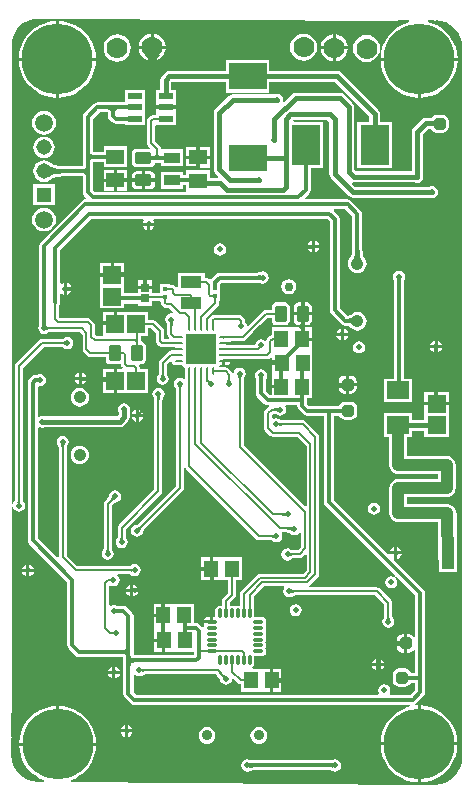
<source format=gbl>
G04*
G04 #@! TF.GenerationSoftware,Altium Limited,Altium Designer,19.0.15 (446)*
G04*
G04 Layer_Physical_Order=4*
G04 Layer_Color=16711680*
%FSLAX44Y44*%
%MOMM*%
G71*
G01*
G75*
%ADD15C,0.1524*%
G04:AMPARAMS|DCode=21|XSize=1.016mm|YSize=1.016mm|CornerRadius=0.254mm|HoleSize=0mm|Usage=FLASHONLY|Rotation=90.000|XOffset=0mm|YOffset=0mm|HoleType=Round|Shape=RoundedRectangle|*
%AMROUNDEDRECTD21*
21,1,1.0160,0.5080,0,0,90.0*
21,1,0.5080,1.0160,0,0,90.0*
1,1,0.5080,0.2540,0.2540*
1,1,0.5080,0.2540,-0.2540*
1,1,0.5080,-0.2540,-0.2540*
1,1,0.5080,-0.2540,0.2540*
%
%ADD21ROUNDEDRECTD21*%
G04:AMPARAMS|DCode=26|XSize=1mm|YSize=1.42mm|CornerRadius=0.125mm|HoleSize=0mm|Usage=FLASHONLY|Rotation=90.000|XOffset=0mm|YOffset=0mm|HoleType=Round|Shape=RoundedRectangle|*
%AMROUNDEDRECTD26*
21,1,1.0000,1.1700,0,0,90.0*
21,1,0.7500,1.4200,0,0,90.0*
1,1,0.2500,0.5850,0.3750*
1,1,0.2500,0.5850,-0.3750*
1,1,0.2500,-0.5850,-0.3750*
1,1,0.2500,-0.5850,0.3750*
%
%ADD26ROUNDEDRECTD26*%
G04:AMPARAMS|DCode=27|XSize=1mm|YSize=1.42mm|CornerRadius=0.125mm|HoleSize=0mm|Usage=FLASHONLY|Rotation=0.000|XOffset=0mm|YOffset=0mm|HoleType=Round|Shape=RoundedRectangle|*
%AMROUNDEDRECTD27*
21,1,1.0000,1.1700,0,0,0.0*
21,1,0.7500,1.4200,0,0,0.0*
1,1,0.2500,0.3750,-0.5850*
1,1,0.2500,-0.3750,-0.5850*
1,1,0.2500,-0.3750,0.5850*
1,1,0.2500,0.3750,0.5850*
%
%ADD27ROUNDEDRECTD27*%
%ADD29R,1.3800X0.9200*%
%ADD30R,1.5046X1.5562*%
G04:AMPARAMS|DCode=40|XSize=1.016mm|YSize=1.016mm|CornerRadius=0.254mm|HoleSize=0mm|Usage=FLASHONLY|Rotation=0.000|XOffset=0mm|YOffset=0mm|HoleType=Round|Shape=RoundedRectangle|*
%AMROUNDEDRECTD40*
21,1,1.0160,0.5080,0,0,0.0*
21,1,0.5080,1.0160,0,0,0.0*
1,1,0.5080,0.2540,-0.2540*
1,1,0.5080,-0.2540,-0.2540*
1,1,0.5080,-0.2540,0.2540*
1,1,0.5080,0.2540,0.2540*
%
%ADD40ROUNDEDRECTD40*%
%ADD79C,0.7500*%
%ADD83C,0.4064*%
%ADD84C,0.3302*%
%ADD85C,6.0000*%
%ADD86R,1.3080X1.3080*%
%ADD87C,1.3080*%
%ADD88C,1.5000*%
%ADD89C,1.0500*%
%ADD90C,0.9000*%
%ADD91C,0.5080*%
%ADD92C,1.7780*%
%ADD93C,1.0160*%
%ADD106R,1.0160X1.5240*%
%ADD107R,1.5562X1.5046*%
%ADD108R,1.8582X1.5055*%
%ADD109R,3.1800X2.2500*%
%ADD110R,1.1600X1.4700*%
%ADD111R,0.4000X0.3000*%
%ADD112R,1.7800X1.0200*%
%ADD113R,1.1500X1.4700*%
%ADD114R,2.4130X3.4290*%
%ADD115R,1.2000X0.6000*%
%ADD116R,1.5000X1.3000*%
G04:AMPARAMS|DCode=117|XSize=0.6937mm|YSize=0.2393mm|CornerRadius=0.0598mm|HoleSize=0mm|Usage=FLASHONLY|Rotation=90.000|XOffset=0mm|YOffset=0mm|HoleType=Round|Shape=RoundedRectangle|*
%AMROUNDEDRECTD117*
21,1,0.6937,0.1196,0,0,90.0*
21,1,0.5741,0.2393,0,0,90.0*
1,1,0.1196,0.0598,0.2870*
1,1,0.1196,0.0598,-0.2870*
1,1,0.1196,-0.0598,-0.2870*
1,1,0.1196,-0.0598,0.2870*
%
%ADD117ROUNDEDRECTD117*%
G04:AMPARAMS|DCode=118|XSize=0.2393mm|YSize=0.6937mm|CornerRadius=0.0598mm|HoleSize=0mm|Usage=FLASHONLY|Rotation=90.000|XOffset=0mm|YOffset=0mm|HoleType=Round|Shape=RoundedRectangle|*
%AMROUNDEDRECTD118*
21,1,0.2393,0.5741,0,0,90.0*
21,1,0.1196,0.6937,0,0,90.0*
1,1,0.1196,0.2870,0.0598*
1,1,0.1196,0.2870,-0.0598*
1,1,0.1196,-0.2870,-0.0598*
1,1,0.1196,-0.2870,0.0598*
%
%ADD118ROUNDEDRECTD118*%
%ADD119O,0.6937X0.2393*%
%ADD120R,0.6937X0.2393*%
%ADD121R,2.6000X2.6000*%
G04:AMPARAMS|DCode=122|XSize=0.79mm|YSize=0.26mm|CornerRadius=0.065mm|HoleSize=0mm|Usage=FLASHONLY|Rotation=180.000|XOffset=0mm|YOffset=0mm|HoleType=Round|Shape=RoundedRectangle|*
%AMROUNDEDRECTD122*
21,1,0.7900,0.1300,0,0,180.0*
21,1,0.6600,0.2600,0,0,180.0*
1,1,0.1300,-0.3300,0.0650*
1,1,0.1300,0.3300,0.0650*
1,1,0.1300,0.3300,-0.0650*
1,1,0.1300,-0.3300,-0.0650*
%
%ADD122ROUNDEDRECTD122*%
G04:AMPARAMS|DCode=123|XSize=0.79mm|YSize=0.26mm|CornerRadius=0.065mm|HoleSize=0mm|Usage=FLASHONLY|Rotation=90.000|XOffset=0mm|YOffset=0mm|HoleType=Round|Shape=RoundedRectangle|*
%AMROUNDEDRECTD123*
21,1,0.7900,0.1300,0,0,90.0*
21,1,0.6600,0.2600,0,0,90.0*
1,1,0.1300,0.0650,0.3300*
1,1,0.1300,0.0650,-0.3300*
1,1,0.1300,-0.0650,-0.3300*
1,1,0.1300,-0.0650,0.3300*
%
%ADD123ROUNDEDRECTD123*%
%ADD124R,0.6725X0.7653*%
G36*
X302Y614143D02*
X312Y614145D01*
X322Y614143D01*
X279862Y612371D01*
X279918Y612382D01*
X279974Y612372D01*
X296319Y612833D01*
X297516Y612867D01*
X297623Y612687D01*
X297013Y611234D01*
X295988Y610988D01*
X291256Y609028D01*
X286889Y606352D01*
X282994Y603025D01*
X279667Y599130D01*
X276991Y594763D01*
X275031Y590031D01*
X273836Y585051D01*
X273534Y581215D01*
X338615D01*
X338313Y585051D01*
X337117Y590031D01*
X335157Y594763D01*
X332481Y599130D01*
X329155Y603025D01*
X325260Y606352D01*
X320893Y609028D01*
X316161Y610988D01*
X313472Y611633D01*
X313622Y612903D01*
X318504D01*
X319663Y612630D01*
X319689Y612619D01*
X320959Y612823D01*
X324145Y612510D01*
X328430Y611210D01*
X332380Y609099D01*
X335841Y606258D01*
X338682Y602796D01*
X340793Y598847D01*
X342093Y594562D01*
X342407Y591375D01*
X342202Y590105D01*
X342213Y590079D01*
X342487Y589808D01*
X342487Y588838D01*
X342489Y581451D01*
X342205Y580298D01*
X342205Y580298D01*
X342291Y579951D01*
X342490Y579145D01*
Y579028D01*
X342490Y950D01*
X342221Y-211D01*
X342206Y-248D01*
X342475Y-1406D01*
X342363Y-10246D01*
X342347Y-11477D01*
X342347Y-11510D01*
X342270Y-12748D01*
X341953Y-15966D01*
X340653Y-20252D01*
X338543Y-24201D01*
X335702Y-27662D01*
X332240Y-30503D01*
X328291Y-32614D01*
X324006Y-33914D01*
X319701Y-34338D01*
X319549Y-34308D01*
X307192D01*
X306439Y-34132D01*
X305998Y-34023D01*
X305998Y-34023D01*
X304825Y-34298D01*
X303491Y-34287D01*
X11318Y-31907D01*
X11071Y-30635D01*
X14819Y-29083D01*
X19186Y-26407D01*
X23080Y-23080D01*
X26407Y-19186D01*
X29083Y-14819D01*
X31043Y-10086D01*
X32239Y-5106D01*
X32541Y-1270D01*
X-32541D01*
X-32239Y-5106D01*
X-31043Y-10086D01*
X-29083Y-14819D01*
X-26407Y-19186D01*
X-23080Y-23080D01*
X-19186Y-26407D01*
X-14819Y-29083D01*
X-11468Y-30471D01*
X-11724Y-31739D01*
X-15323Y-31716D01*
X-16570Y-31707D01*
X-16574Y-31656D01*
X-16572Y-31431D01*
X-16590Y-31423D01*
X-17860Y-31612D01*
X-20882Y-31314D01*
X-25167Y-30015D01*
X-29116Y-27904D01*
X-32577Y-25063D01*
X-35418Y-21602D01*
X-37529Y-17652D01*
X-38829Y-13368D01*
X-39253Y-9063D01*
X-39222Y-8911D01*
Y4658D01*
X-38944Y5814D01*
X-38938Y5829D01*
X-39216Y6984D01*
X-39014Y46117D01*
X-39016Y46124D01*
X-39014Y46130D01*
X-39014Y200651D01*
X-37745Y200777D01*
X-37609Y200098D01*
X-36487Y198417D01*
X-34806Y197295D01*
X-32824Y196900D01*
X-30842Y197295D01*
X-29162Y198417D01*
X-28039Y200098D01*
X-27645Y202080D01*
X-28039Y204062D01*
X-29091Y205636D01*
X-29104Y205668D01*
X-29176Y205918D01*
X-29255Y206287D01*
X-29320Y206713D01*
X-29457Y208708D01*
Y318811D01*
X-11829Y336439D01*
X1305D01*
X2296Y336416D01*
X3563Y336306D01*
X4011Y336237D01*
X4380Y336158D01*
X4630Y336085D01*
X4662Y336073D01*
X6236Y335021D01*
X8218Y334627D01*
X10201Y335021D01*
X11881Y336143D01*
X13004Y337824D01*
X13398Y339806D01*
X13004Y341788D01*
X11881Y343469D01*
X10201Y344591D01*
X8218Y344986D01*
X6236Y344591D01*
X4662Y343539D01*
X4630Y343527D01*
X4380Y343454D01*
X4011Y343375D01*
X3586Y343310D01*
X1591Y343173D01*
X-13224D01*
X-14512Y342916D01*
X-15605Y342187D01*
X-35205Y322587D01*
X-35935Y321494D01*
X-36191Y320206D01*
Y208993D01*
X-36215Y208003D01*
X-36325Y206736D01*
X-36393Y206287D01*
X-36472Y205918D01*
X-36545Y205668D01*
X-36558Y205636D01*
X-37609Y204062D01*
X-37745Y203383D01*
X-39014Y203508D01*
X-39014Y555900D01*
X-39015Y586476D01*
Y591577D01*
X-39045Y591729D01*
X-38621Y596034D01*
X-37321Y600319D01*
X-35210Y604268D01*
X-32369Y607730D01*
X-28908Y610570D01*
X-24959Y612681D01*
X-20674Y613981D01*
X-17524Y614291D01*
X-17488Y614287D01*
X-16318Y614106D01*
X-16221Y614091D01*
X-16217Y614090D01*
X-15058Y614358D01*
X302Y614143D01*
D02*
G37*
G36*
X6424Y338009D02*
X6180Y338205D01*
X5864Y338382D01*
X5475Y338537D01*
X5013Y338671D01*
X4478Y338785D01*
X3871Y338878D01*
X2439Y339003D01*
X715Y339044D01*
Y340568D01*
X1613Y340578D01*
X3871Y340734D01*
X4478Y340827D01*
X5013Y340941D01*
X5475Y341075D01*
X5864Y341231D01*
X6180Y341407D01*
X6424Y341603D01*
Y338009D01*
D02*
G37*
G36*
X-32052Y208685D02*
X-31897Y206427D01*
X-31803Y205820D01*
X-31690Y205286D01*
X-31555Y204824D01*
X-31400Y204435D01*
X-31224Y204118D01*
X-31027Y203875D01*
X-34621D01*
X-34425Y204118D01*
X-34249Y204435D01*
X-34093Y204824D01*
X-33959Y205286D01*
X-33845Y205820D01*
X-33752Y206427D01*
X-33628Y207860D01*
X-33586Y209583D01*
X-32062D01*
X-32052Y208685D01*
D02*
G37*
%LPC*%
G36*
X81354Y601503D02*
Y591412D01*
X91445D01*
X91220Y593126D01*
X90068Y595906D01*
X88236Y598294D01*
X85848Y600126D01*
X83068Y601278D01*
X81354Y601503D01*
D02*
G37*
G36*
X78814D02*
X77100Y601278D01*
X74319Y600126D01*
X71932Y598294D01*
X70100Y595906D01*
X68948Y593126D01*
X68722Y591412D01*
X78814D01*
Y601503D01*
D02*
G37*
G36*
X235465Y601022D02*
Y590931D01*
X245556D01*
X245330Y592645D01*
X244179Y595425D01*
X242347Y597813D01*
X239959Y599645D01*
X237178Y600797D01*
X235465Y601022D01*
D02*
G37*
G36*
X232925D02*
X231211Y600797D01*
X228430Y599645D01*
X226043Y597813D01*
X224210Y595425D01*
X223059Y592645D01*
X222833Y590931D01*
X232925D01*
Y601022D01*
D02*
G37*
G36*
X1090Y612591D02*
Y581320D01*
X32361D01*
X32059Y585156D01*
X30863Y590136D01*
X28903Y594869D01*
X26227Y599236D01*
X22900Y603130D01*
X19006Y606457D01*
X14639Y609133D01*
X9906Y611093D01*
X4926Y612289D01*
X1090Y612591D01*
D02*
G37*
G36*
X-1450D02*
X-5286Y612289D01*
X-10266Y611093D01*
X-14999Y609133D01*
X-19366Y606457D01*
X-23260Y603130D01*
X-26587Y599236D01*
X-29263Y594869D01*
X-31223Y590136D01*
X-32419Y585156D01*
X-32721Y581320D01*
X-1450D01*
Y612591D01*
D02*
G37*
G36*
X91445Y588872D02*
X81354D01*
Y583860D01*
X86374D01*
X85492Y582821D01*
X84704Y581564D01*
X84008Y580088D01*
X83719Y579276D01*
X85848Y580158D01*
X88236Y581990D01*
X90068Y584378D01*
X91220Y587158D01*
X91445Y588872D01*
D02*
G37*
G36*
X78814D02*
X68722D01*
X68948Y587158D01*
X70100Y584378D01*
X71932Y581990D01*
X74319Y580158D01*
X76448Y579276D01*
X76160Y580088D01*
X75464Y581564D01*
X74675Y582821D01*
X73794Y583860D01*
X78814D01*
Y588872D01*
D02*
G37*
G36*
X208196Y601774D02*
X205212Y601381D01*
X202431Y600229D01*
X200044Y598397D01*
X198212Y596009D01*
X197060Y593229D01*
X196667Y590245D01*
X197060Y587261D01*
X198212Y584481D01*
X200044Y582093D01*
X202431Y580261D01*
X205212Y579109D01*
X208196Y578717D01*
X211180Y579109D01*
X213960Y580261D01*
X216348Y582093D01*
X218180Y584481D01*
X219331Y587261D01*
X219724Y590245D01*
X219331Y593229D01*
X218180Y596009D01*
X216348Y598397D01*
X213960Y600229D01*
X211180Y601381D01*
X208196Y601774D01*
D02*
G37*
G36*
X245556Y588391D02*
X235465D01*
Y578300D01*
X237178Y578525D01*
X239959Y579677D01*
X242347Y581509D01*
X244179Y583897D01*
X245330Y586677D01*
X245556Y588391D01*
D02*
G37*
G36*
X232925D02*
X222833D01*
X223059Y586677D01*
X224210Y583897D01*
X226043Y581509D01*
X228430Y579677D01*
X231211Y578525D01*
X232925Y578300D01*
Y588391D01*
D02*
G37*
G36*
X50405Y601138D02*
X47421Y600745D01*
X44641Y599593D01*
X42253Y597761D01*
X40421Y595373D01*
X39269Y592593D01*
X38876Y589609D01*
X39269Y586625D01*
X40421Y583845D01*
X42253Y581457D01*
X44641Y579625D01*
X47421Y578473D01*
X50405Y578080D01*
X53389Y578473D01*
X56169Y579625D01*
X58557Y581457D01*
X60389Y583845D01*
X61541Y586625D01*
X61934Y589609D01*
X61541Y592593D01*
X60389Y595373D01*
X58557Y597761D01*
X56169Y599593D01*
X53389Y600745D01*
X50405Y601138D01*
D02*
G37*
G36*
X261562Y600581D02*
X258578Y600188D01*
X255798Y599037D01*
X253410Y597205D01*
X251578Y594817D01*
X250427Y592037D01*
X250034Y589053D01*
X250427Y586069D01*
X251578Y583288D01*
X253410Y580901D01*
X255798Y579069D01*
X258578Y577917D01*
X261562Y577524D01*
X264546Y577917D01*
X267327Y579069D01*
X269714Y580901D01*
X271546Y583288D01*
X272698Y586069D01*
X273091Y589053D01*
X272698Y592037D01*
X271546Y594817D01*
X269714Y597205D01*
X267327Y599037D01*
X264546Y600188D01*
X261562Y600581D01*
D02*
G37*
G36*
X32361Y578780D02*
X1090D01*
Y547509D01*
X4926Y547811D01*
X9906Y549007D01*
X14639Y550967D01*
X19006Y553643D01*
X22900Y556970D01*
X26227Y560864D01*
X28903Y565232D01*
X30863Y569963D01*
X32059Y574944D01*
X32361Y578780D01*
D02*
G37*
G36*
X-1450D02*
X-32721D01*
X-32419Y574944D01*
X-31223Y569963D01*
X-29263Y565232D01*
X-26587Y560864D01*
X-23260Y556970D01*
X-19366Y553643D01*
X-14999Y550967D01*
X-10266Y549007D01*
X-5286Y547811D01*
X-1450Y547509D01*
Y578780D01*
D02*
G37*
G36*
X338615Y578675D02*
X307344D01*
Y547404D01*
X311180Y547706D01*
X316161Y548902D01*
X320893Y550862D01*
X325260Y553538D01*
X329155Y556864D01*
X332481Y560759D01*
X335157Y565126D01*
X337117Y569858D01*
X338313Y574839D01*
X338615Y578675D01*
D02*
G37*
G36*
X304804D02*
X273534D01*
X273836Y574839D01*
X275031Y569858D01*
X276991Y565126D01*
X279667Y560759D01*
X282994Y556864D01*
X286889Y553538D01*
X291256Y550862D01*
X295988Y548902D01*
X300968Y547706D01*
X304804Y547404D01*
Y578675D01*
D02*
G37*
G36*
X74113Y554241D02*
X57033D01*
Y543624D01*
X33741D01*
X32105Y543298D01*
X30719Y542372D01*
X22593Y534246D01*
X21666Y532859D01*
X21341Y531224D01*
Y497595D01*
Y489868D01*
X21314Y489714D01*
X21288Y489637D01*
X21212Y489612D01*
X21058Y489585D01*
X5559D01*
X3649Y489666D01*
X148Y490007D01*
X-1247Y490246D01*
X-2462Y490532D01*
X-3460Y490850D01*
X-4232Y491182D01*
X-4775Y491501D01*
X-5050Y491729D01*
X-5095Y491787D01*
X-6992Y493243D01*
X-9201Y494158D01*
X-11571Y494470D01*
X-13941Y494158D01*
X-16150Y493243D01*
X-18047Y491787D01*
X-19502Y489891D01*
X-20417Y487682D01*
X-20729Y485312D01*
X-20417Y482941D01*
X-19502Y480732D01*
X-18047Y478836D01*
X-16150Y477380D01*
X-13941Y476465D01*
X-11571Y476153D01*
X-9201Y476465D01*
X-6992Y477380D01*
X-5095Y478836D01*
X-5050Y478894D01*
X-4775Y479122D01*
X-4232Y479441D01*
X-3460Y479773D01*
X-2462Y480091D01*
X-1247Y480377D01*
X123Y480611D01*
X5631Y481038D01*
X21058D01*
X21212Y481011D01*
X21288Y480986D01*
X21314Y480909D01*
X21341Y480755D01*
Y467372D01*
X21666Y465737D01*
X22593Y464351D01*
X24385Y462558D01*
X23899Y461385D01*
X23473D01*
X23473Y461385D01*
X21837Y461060D01*
X20451Y460133D01*
X-14392Y425291D01*
X-15318Y423904D01*
X-15643Y422269D01*
Y356459D01*
X-15674Y355101D01*
X-16155Y354381D01*
X-16550Y352399D01*
X-16155Y350417D01*
X-15033Y348737D01*
X-13352Y347614D01*
X-11370Y347220D01*
X-9388Y347614D01*
X-7814Y348666D01*
X-7782Y348679D01*
X-7531Y348752D01*
X-7163Y348830D01*
X-6737Y348895D01*
X-4742Y349033D01*
X18932D01*
X21053Y346911D01*
Y334661D01*
X21310Y333373D01*
X22039Y332280D01*
X25285Y329035D01*
X26377Y328305D01*
X27666Y328049D01*
X40645D01*
Y325565D01*
X40939Y324087D01*
X41777Y322833D01*
X43030Y321995D01*
X44509Y321701D01*
X52009D01*
X52315Y321762D01*
X53505Y321918D01*
X53733Y320848D01*
X53776Y320631D01*
X54506Y319539D01*
X54960Y319085D01*
X54474Y317912D01*
X49931D01*
Y307591D01*
Y297270D01*
X76739D01*
Y317912D01*
X70043D01*
Y318282D01*
X69787Y319571D01*
X69212Y320431D01*
X69615Y321701D01*
X70709D01*
X72188Y321995D01*
X73442Y322833D01*
X74279Y324087D01*
X74573Y325565D01*
Y337265D01*
X74279Y338744D01*
X73442Y339998D01*
X72188Y340835D01*
X70709Y341130D01*
X70326D01*
Y345708D01*
X76742D01*
Y352662D01*
X79076D01*
X83195Y348544D01*
Y341695D01*
X83451Y340407D01*
X84181Y339314D01*
X86161Y337335D01*
X87253Y336605D01*
X88542Y336348D01*
X95630D01*
X95928Y335985D01*
X99282D01*
X99625Y335917D01*
X102495D01*
Y333514D01*
X99625D01*
X99280Y333445D01*
X95918D01*
X95345Y333036D01*
X94290Y332826D01*
X93198Y332096D01*
X86685Y325582D01*
X85955Y324490D01*
X85699Y323202D01*
Y316394D01*
X85675Y315404D01*
X85565Y314136D01*
X85496Y313688D01*
X85418Y313319D01*
X85345Y313069D01*
X85332Y313037D01*
X84280Y311463D01*
X83886Y309481D01*
X84280Y307499D01*
X85403Y305818D01*
X87083Y304695D01*
X89065Y304301D01*
X91047Y304695D01*
X92728Y305818D01*
X93851Y307499D01*
X94245Y309481D01*
X93851Y311463D01*
X92799Y313037D01*
X92786Y313069D01*
X92713Y313319D01*
X92635Y313688D01*
X92569Y314114D01*
X92432Y316108D01*
Y321807D01*
X95155Y324530D01*
X96166Y324201D01*
X96444Y324023D01*
X96669Y322892D01*
X97362Y321854D01*
X98400Y321161D01*
X99625Y320917D01*
X105365D01*
X105840Y320527D01*
Y319175D01*
X107193D01*
X107582Y318700D01*
Y312960D01*
X107826Y311735D01*
X108013Y311454D01*
Y310028D01*
X106743Y309361D01*
X105612Y310117D01*
X103630Y310512D01*
X101648Y310117D01*
X99967Y308995D01*
X98845Y307314D01*
X98450Y305332D01*
X98845Y303350D01*
X99896Y301776D01*
X99909Y301744D01*
X99982Y301494D01*
X100061Y301125D01*
X100126Y300699D01*
X100263Y298704D01*
Y218563D01*
X69744Y188044D01*
X69028Y187362D01*
X68055Y186543D01*
X67688Y186274D01*
X67372Y186069D01*
X67143Y185943D01*
X67110Y185928D01*
X65259Y185560D01*
X63579Y184438D01*
X62456Y182757D01*
X62062Y180775D01*
X62456Y178793D01*
X63579Y177113D01*
X65259Y175990D01*
X67241Y175596D01*
X69223Y175990D01*
X70904Y177113D01*
X72027Y178793D01*
X72397Y180656D01*
X72410Y180686D01*
X72535Y180915D01*
X72740Y181230D01*
X72995Y181578D01*
X74307Y183085D01*
X106011Y214788D01*
X106740Y215880D01*
X106997Y217169D01*
Y233912D01*
X108267Y234037D01*
X108270Y234021D01*
X109000Y232929D01*
X168119Y173809D01*
X169212Y173080D01*
X170500Y172823D01*
X178127D01*
X179117Y172799D01*
X180384Y172690D01*
X180833Y172621D01*
X181201Y172542D01*
X181452Y172469D01*
X181484Y172457D01*
X183058Y171405D01*
X185040Y171010D01*
X187022Y171405D01*
X188703Y172528D01*
X189825Y174208D01*
X190219Y176190D01*
X189841Y178094D01*
X189843Y178365D01*
X190376Y179364D01*
X193252D01*
X194347Y179322D01*
X194905Y179261D01*
X195409Y179178D01*
X195824Y179081D01*
X196149Y178978D01*
X196382Y178879D01*
X196525Y178798D01*
X196590Y178750D01*
X196698Y178640D01*
X196868Y178388D01*
X198548Y177265D01*
X200530Y176870D01*
X202512Y177265D01*
X204193Y178388D01*
X204943Y179511D01*
X206213Y179126D01*
Y167215D01*
X203585Y164587D01*
X201357D01*
X199560Y164628D01*
X198419Y164721D01*
X198041Y164773D01*
X197770Y164826D01*
X197657Y164857D01*
X197621Y164871D01*
X196672Y165505D01*
X194690Y165900D01*
X192708Y165505D01*
X191028Y164382D01*
X189905Y162702D01*
X189510Y160720D01*
X189905Y158738D01*
X191028Y157058D01*
X192708Y155935D01*
X194690Y155541D01*
X196672Y155935D01*
X198353Y157058D01*
X198500Y157278D01*
X198522Y157299D01*
X198565Y157330D01*
X198702Y157400D01*
X198938Y157492D01*
X199275Y157590D01*
X199707Y157681D01*
X200201Y157755D01*
X201524Y157853D01*
X204980D01*
X206268Y158110D01*
X207361Y158839D01*
X209530Y161009D01*
X210703Y160523D01*
Y147114D01*
X208009Y144421D01*
X171084D01*
X169796Y144164D01*
X168703Y143435D01*
X155156Y129888D01*
X154427Y128795D01*
X154170Y127507D01*
Y118251D01*
X153189Y117446D01*
X153187Y117446D01*
X151887D01*
X150642Y117198D01*
X150037Y116794D01*
X149432Y117198D01*
X148187Y117446D01*
X146887D01*
X146885Y117446D01*
X145904Y118251D01*
Y120200D01*
X149909Y124206D01*
X150639Y125298D01*
X150895Y126586D01*
Y138859D01*
X155869D01*
Y158639D01*
X139539D01*
X139189Y158639D01*
X138269D01*
X137919Y158639D01*
X131199D01*
Y148749D01*
Y138859D01*
X137919D01*
X138269Y138859D01*
X139189D01*
X139539Y138859D01*
X144162D01*
Y127981D01*
X140156Y123975D01*
X139426Y122883D01*
X139170Y121594D01*
Y118251D01*
X138188Y117446D01*
X138187Y117446D01*
X136887D01*
X135642Y117198D01*
X134587Y116493D01*
X133882Y115438D01*
X133635Y114193D01*
Y107596D01*
X131607D01*
Y103693D01*
X130337D01*
Y102596D01*
X127037D01*
X126166Y102423D01*
X123907D01*
X124032Y101798D01*
X124436Y101193D01*
X124032Y100588D01*
X123826Y99555D01*
X123249Y99297D01*
X122514Y99233D01*
X122474Y99292D01*
X120028Y101739D01*
X118642Y102665D01*
X117006Y102991D01*
X115446D01*
Y118940D01*
X99116D01*
X98866Y118940D01*
X97846D01*
X97596Y118940D01*
X90826D01*
Y109050D01*
X89556D01*
Y107780D01*
X81266D01*
Y99209D01*
X81266Y99160D01*
X81480Y97979D01*
X81480Y97890D01*
Y89408D01*
X89820D01*
Y88138D01*
X91090D01*
Y78247D01*
X97810D01*
X98160Y78247D01*
X99080D01*
X99430Y78247D01*
X115180D01*
Y75252D01*
X64549D01*
X64395Y75279D01*
X64318Y75304D01*
X64293Y75381D01*
X64266Y75535D01*
Y78184D01*
Y108403D01*
X63940Y110038D01*
X63014Y111424D01*
X58451Y115988D01*
X57064Y116914D01*
X55429Y117239D01*
X51675D01*
X50318Y117270D01*
X49598Y117751D01*
X47616Y118146D01*
X45634Y117751D01*
X45141Y117422D01*
X43871Y118101D01*
Y133743D01*
X44991Y134342D01*
X45245Y134171D01*
X47228Y133777D01*
X49210Y134171D01*
X50890Y135294D01*
X52013Y136975D01*
X52407Y138957D01*
X52013Y140939D01*
X50890Y142619D01*
X50480Y142893D01*
X50865Y144163D01*
X58207D01*
X59197Y144139D01*
X60464Y144030D01*
X60913Y143961D01*
X61281Y143882D01*
X61532Y143809D01*
X61564Y143797D01*
X63138Y142745D01*
X65120Y142351D01*
X67102Y142745D01*
X68783Y143868D01*
X69905Y145548D01*
X70300Y147530D01*
X69905Y149512D01*
X68783Y151193D01*
X67102Y152315D01*
X65120Y152710D01*
X63138Y152315D01*
X61564Y151263D01*
X61532Y151251D01*
X61281Y151178D01*
X60913Y151099D01*
X60487Y151034D01*
X58492Y150897D01*
X16519D01*
X7707Y159709D01*
Y248916D01*
X7731Y249906D01*
X7840Y251173D01*
X7909Y251622D01*
X7988Y251990D01*
X8061Y252241D01*
X8073Y252272D01*
X9125Y253847D01*
X9520Y255829D01*
X9125Y257811D01*
X8003Y259491D01*
X6322Y260614D01*
X4340Y261008D01*
X2358Y260614D01*
X678Y259491D01*
X-445Y257811D01*
X-839Y255829D01*
X-445Y253847D01*
X607Y252272D01*
X619Y252241D01*
X692Y251990D01*
X771Y251622D01*
X836Y251196D01*
X973Y249201D01*
Y158412D01*
X750Y158220D01*
X-221Y157810D01*
X-16789Y174378D01*
Y267887D01*
X-15519Y268566D01*
X-15043Y268248D01*
X-13061Y267854D01*
X-11079Y268248D01*
X-10893Y268372D01*
X52545D01*
X54329Y268727D01*
X55841Y269737D01*
X59601Y273497D01*
X60611Y275009D01*
X60966Y276793D01*
Y281332D01*
X61090Y281517D01*
X61484Y283500D01*
X61090Y285482D01*
X59967Y287162D01*
X58287Y288285D01*
X56305Y288679D01*
X54323Y288285D01*
X52642Y287162D01*
X51519Y285482D01*
X51125Y283500D01*
X51519Y281517D01*
X51643Y281332D01*
Y278724D01*
X50614Y277695D01*
X-10893D01*
X-11079Y277819D01*
X-13061Y278213D01*
X-15043Y277819D01*
X-15519Y277501D01*
X-16789Y278180D01*
Y302590D01*
X-15807Y303396D01*
X-14863Y303208D01*
X-12881Y303603D01*
X-11201Y304725D01*
X-10078Y306406D01*
X-9684Y308388D01*
X-10078Y310370D01*
X-11201Y312050D01*
X-12881Y313173D01*
X-14863Y313567D01*
X-16845Y313173D01*
X-17612Y312661D01*
X-18872D01*
X-20508Y312336D01*
X-21894Y311409D01*
X-24083Y309220D01*
X-25010Y307834D01*
X-25335Y306199D01*
Y172608D01*
X-25010Y170972D01*
X-24083Y169586D01*
X8054Y137449D01*
Y84041D01*
X8379Y82406D01*
X9305Y81019D01*
X15162Y75163D01*
X15162Y75162D01*
X16548Y74236D01*
X18184Y73911D01*
X18184Y73911D01*
X55436D01*
X55590Y73884D01*
X55667Y73858D01*
X55692Y73782D01*
X55719Y73628D01*
Y70979D01*
Y42498D01*
X56045Y40862D01*
X56971Y39476D01*
X61866Y34581D01*
X63252Y33655D01*
X64888Y33329D01*
X298634D01*
X298784Y32059D01*
X295904Y31368D01*
X291172Y29408D01*
X286805Y26732D01*
X282910Y23405D01*
X279584Y19511D01*
X276908Y15143D01*
X274948Y10411D01*
X273752Y5431D01*
X273450Y1595D01*
X304721D01*
Y32866D01*
X303248Y32750D01*
X302818Y33990D01*
X303703Y34581D01*
X310087Y40965D01*
X310087Y40965D01*
X311013Y42351D01*
X311339Y43987D01*
Y56631D01*
Y127676D01*
X311339Y127676D01*
X311013Y129311D01*
X310087Y130698D01*
X310087Y130698D01*
X285034Y155750D01*
X285048Y155776D01*
Y160699D01*
X280124D01*
X280099Y160686D01*
X234116Y206668D01*
Y278107D01*
X238465D01*
X238515Y277858D01*
X239637Y276177D01*
X241318Y275055D01*
X243300Y274660D01*
X248380D01*
X250362Y275055D01*
X252042Y276177D01*
X253165Y277858D01*
X253559Y279840D01*
Y284920D01*
X253165Y286902D01*
X252042Y288582D01*
X250362Y289705D01*
X248380Y290099D01*
X243300D01*
X241318Y289705D01*
X239637Y288582D01*
X238515Y286902D01*
X238465Y286653D01*
X213144D01*
X211335Y288463D01*
Y291842D01*
X211335Y291842D01*
X211400Y293025D01*
X215401D01*
Y312659D01*
X215704D01*
Y332075D01*
X215704Y332439D01*
X215406Y333585D01*
Y341842D01*
X207066D01*
Y343112D01*
X205796D01*
Y350674D01*
X205779Y350888D01*
X205703Y351384D01*
X205596Y351813D01*
X205459Y352176D01*
X205291Y352473D01*
X205093Y352704D01*
X204865Y352869D01*
X204673Y352943D01*
X204389Y352965D01*
X202724Y353002D01*
D01*
X199076D01*
X198726Y353002D01*
X197806D01*
X197456Y353002D01*
X181126D01*
Y346642D01*
X181019Y346620D01*
X179927Y345891D01*
X177663Y343627D01*
X176933Y342535D01*
X176861Y342169D01*
X176832Y342142D01*
X175470Y341688D01*
X174305Y342466D01*
X172323Y342860D01*
X170341Y342466D01*
X168661Y341343D01*
X167538Y339663D01*
X167223Y338082D01*
X147130D01*
X146832Y338445D01*
X142939D01*
X142537Y338525D01*
X140265D01*
Y340916D01*
X143135D01*
X143481Y340985D01*
X146832D01*
X147130Y341348D01*
X156650D01*
X157939Y341604D01*
X159031Y342334D01*
X177875Y361179D01*
X181151D01*
Y358695D01*
X181445Y357217D01*
X182283Y355963D01*
X183536Y355125D01*
X185015Y354831D01*
X192515D01*
X193994Y355125D01*
X195248Y355963D01*
X196085Y357217D01*
X196379Y358695D01*
Y370395D01*
X196085Y371874D01*
X195248Y373128D01*
X193994Y373965D01*
X192515Y374260D01*
X185015D01*
X183536Y373965D01*
X182283Y373128D01*
X181445Y371874D01*
X181151Y370395D01*
Y367912D01*
X176481D01*
X175192Y367656D01*
X174100Y366926D01*
X161586Y354412D01*
X160208Y354830D01*
X159973Y356011D01*
X158850Y357691D01*
X158554Y357889D01*
Y358222D01*
X158538Y358303D01*
X158538Y358316D01*
X158526Y358367D01*
X158298Y359510D01*
X157569Y360603D01*
X155675Y362496D01*
X154583Y363226D01*
X153295Y363482D01*
X132142D01*
X130854Y363226D01*
X129761Y362496D01*
X129000Y361735D01*
X128271Y360643D01*
X128035Y359460D01*
X126979Y359670D01*
X126162D01*
X125638Y360641D01*
X125599Y360903D01*
X135584Y370888D01*
X136314Y371980D01*
X136570Y373269D01*
Y375593D01*
X137743D01*
Y382593D01*
Y389707D01*
X138931Y390895D01*
X169587D01*
X170944Y390864D01*
X171664Y390383D01*
X173646Y389989D01*
X175628Y390383D01*
X177309Y391506D01*
X178431Y393186D01*
X178826Y395168D01*
X178431Y397150D01*
X177309Y398831D01*
X175628Y399953D01*
X173646Y400348D01*
X171664Y399953D01*
X171035Y399533D01*
X167754Y399441D01*
X137161D01*
X135526Y399116D01*
X134140Y398190D01*
X130182Y394232D01*
X129755Y393592D01*
X128167Y393385D01*
X127831Y393719D01*
X126739Y394449D01*
X125451Y394706D01*
X124755D01*
Y398979D01*
X101875D01*
Y386937D01*
X100605Y386552D01*
X100350Y386934D01*
X99410Y387873D01*
X98318Y388603D01*
X97030Y388860D01*
X95342D01*
Y389533D01*
X86262D01*
Y381860D01*
X80213D01*
Y385249D01*
X74310D01*
X68408D01*
Y381721D01*
X56566D01*
Y387016D01*
Y395809D01*
X46245D01*
X35924D01*
Y387016D01*
Y369001D01*
X56566D01*
Y373175D01*
X68408D01*
Y371081D01*
X80213D01*
Y375126D01*
X86262D01*
Y374453D01*
X87436D01*
Y373978D01*
X87692Y372690D01*
X88422Y371598D01*
X89788Y370232D01*
X90880Y369502D01*
X92168Y369246D01*
X94177D01*
X97616Y365807D01*
X96990Y364637D01*
X96367Y364761D01*
X94385Y364367D01*
X92704Y363244D01*
X91581Y361564D01*
X91187Y359582D01*
X91581Y357599D01*
X92633Y356025D01*
X92646Y355993D01*
X92719Y355743D01*
X92797Y355374D01*
X92863Y354949D01*
X93000Y352954D01*
Y347089D01*
X93256Y345801D01*
X93986Y344709D01*
X94440Y344255D01*
X93954Y343082D01*
X89936D01*
X89929Y343090D01*
Y349938D01*
X89672Y351227D01*
X88942Y352319D01*
X82852Y358410D01*
X81759Y359139D01*
X80471Y359396D01*
X76742D01*
Y366350D01*
X49933D01*
Y356029D01*
X48663D01*
Y354759D01*
X38600D01*
Y345708D01*
X37443Y345435D01*
X33011D01*
X31851Y346596D01*
Y354602D01*
X31594Y355890D01*
X30865Y356982D01*
X27746Y360101D01*
X26654Y360831D01*
X25365Y361087D01*
X1639D01*
X1311Y361416D01*
Y370283D01*
X1330Y371166D01*
X1384Y371853D01*
X1409Y372038D01*
X1892Y372761D01*
X2217Y374397D01*
Y380890D01*
X3487Y381569D01*
X4481Y380905D01*
X5193Y380763D01*
Y385690D01*
Y390617D01*
X4481Y390475D01*
X3487Y389811D01*
X2217Y390490D01*
Y418645D01*
X28600Y445028D01*
X72645Y445023D01*
X73094Y443754D01*
X72164Y442361D01*
X72022Y441649D01*
X81876D01*
X81734Y442361D01*
X80804Y443753D01*
X81254Y445023D01*
X228257Y445008D01*
X230227Y443038D01*
Y367630D01*
X230553Y365994D01*
X231479Y364608D01*
X240474Y355613D01*
X240474Y355613D01*
X241860Y354687D01*
X243495Y354362D01*
X245143D01*
X245193Y354361D01*
X246491Y354266D01*
X246921Y354208D01*
X246938Y354204D01*
X248143Y352635D01*
X249770Y351387D01*
X251665Y350602D01*
X253698Y350334D01*
X255732Y350602D01*
X257627Y351387D01*
X259254Y352635D01*
X260503Y354263D01*
X261288Y356158D01*
X261556Y358191D01*
X261288Y360225D01*
X260503Y362120D01*
X259254Y363747D01*
X257627Y364996D01*
X255732Y365781D01*
X253698Y366048D01*
X251665Y365781D01*
X249770Y364996D01*
X248143Y363747D01*
X247666Y363126D01*
X245229Y362944D01*
X238773Y369400D01*
Y444808D01*
X238774Y444808D01*
X238448Y446443D01*
X237522Y447830D01*
X233783Y451569D01*
X234309Y452839D01*
X243675D01*
X249425Y447088D01*
Y421103D01*
X249378Y419035D01*
X249143Y416229D01*
X248980Y415129D01*
X248787Y414192D01*
X248578Y413453D01*
X248374Y412928D01*
X248212Y412632D01*
X248147Y412550D01*
X248143Y412547D01*
X248104Y412498D01*
X247962Y412320D01*
X247950Y412296D01*
X246894Y410920D01*
X246109Y409025D01*
X245841Y406991D01*
X246109Y404958D01*
X246894Y403063D01*
X248143Y401435D01*
X249770Y400187D01*
X251665Y399402D01*
X253698Y399134D01*
X255732Y399402D01*
X257627Y400187D01*
X259254Y401435D01*
X260503Y403063D01*
X261288Y404958D01*
X261556Y406991D01*
X261288Y409025D01*
X260503Y410920D01*
X259447Y412296D01*
X259435Y412320D01*
X259292Y412498D01*
X259254Y412547D01*
X259250Y412550D01*
X259185Y412632D01*
X259023Y412928D01*
X258819Y413453D01*
X258610Y414192D01*
X258417Y415129D01*
X258257Y416207D01*
X257971Y420518D01*
Y448858D01*
X257971Y448858D01*
X257646Y450493D01*
X256720Y451880D01*
X248466Y460133D01*
X247080Y461060D01*
X245445Y461385D01*
X209687D01*
X209201Y462558D01*
X212885Y466243D01*
X213811Y467629D01*
X214137Y469264D01*
Y487827D01*
X224468D01*
Y527197D01*
X200363D01*
X199684Y528467D01*
X199908Y528801D01*
X228461D01*
X230060Y527202D01*
Y482693D01*
X230415Y480909D01*
X231425Y479397D01*
X246644Y464178D01*
X248156Y463168D01*
X249940Y462813D01*
X314923D01*
X315108Y462689D01*
X317091Y462295D01*
X319073Y462689D01*
X320753Y463812D01*
X321876Y465492D01*
X322270Y467474D01*
X321876Y469456D01*
X320753Y471137D01*
X319073Y472260D01*
X317091Y472654D01*
X315108Y472260D01*
X314923Y472136D01*
X251871D01*
X249334Y474672D01*
X249960Y475843D01*
X250597Y475716D01*
X302223D01*
X302408Y475592D01*
X304391Y475198D01*
X306373Y475592D01*
X308053Y476715D01*
X309176Y478395D01*
X309570Y480378D01*
X309176Y482360D01*
X309052Y482545D01*
Y516531D01*
X313610Y521089D01*
X316056D01*
X316115Y520796D01*
X317237Y519115D01*
X318918Y517993D01*
X320900Y517598D01*
X325980D01*
X327962Y517993D01*
X329642Y519115D01*
X330765Y520796D01*
X331159Y522778D01*
Y527858D01*
X330765Y529840D01*
X329642Y531520D01*
X327962Y532643D01*
X325980Y533037D01*
X320900D01*
X318918Y532643D01*
X317237Y531520D01*
X316497Y530412D01*
X311679D01*
X309895Y530057D01*
X308383Y529047D01*
X301094Y521758D01*
X300084Y520246D01*
X299729Y518462D01*
Y485039D01*
X252528D01*
X250976Y486591D01*
Y539597D01*
X250621Y541381D01*
X249611Y542893D01*
X242048Y550455D01*
X240536Y551466D01*
X238752Y551821D01*
X201432D01*
X199648Y551466D01*
X198136Y550455D01*
X191741Y544061D01*
X190571Y544686D01*
X190775Y545715D01*
X190381Y547698D01*
X189258Y549378D01*
X187578Y550501D01*
X185596Y550895D01*
X183614Y550501D01*
X183428Y550377D01*
X148146D01*
X146362Y550022D01*
X144850Y549012D01*
X133442Y537603D01*
X132431Y536091D01*
X132076Y534307D01*
Y486872D01*
X132431Y485088D01*
X133442Y483576D01*
X135972Y481046D01*
X135446Y479776D01*
X129131D01*
Y485988D01*
X109051D01*
Y481889D01*
X106160D01*
Y484755D01*
X87280D01*
Y470475D01*
X106160D01*
Y473342D01*
X109051D01*
Y467908D01*
X108063Y467227D01*
X31802D01*
X29887Y469142D01*
Y485312D01*
Y493039D01*
X29914Y493193D01*
X29940Y493270D01*
X30016Y493295D01*
X30170Y493322D01*
X38908D01*
Y488555D01*
X58988D01*
Y506635D01*
X38908D01*
Y501869D01*
X30170D01*
X30016Y501896D01*
X29940Y501921D01*
X29914Y501998D01*
X29887Y502152D01*
Y529454D01*
X35511Y535077D01*
X42250D01*
X42404Y535050D01*
X42480Y535025D01*
X42506Y534948D01*
X42533Y534794D01*
Y532029D01*
X42858Y530394D01*
X43784Y529008D01*
X46113Y526679D01*
X47499Y525753D01*
X49134Y525428D01*
X49134Y525428D01*
X57033D01*
Y524161D01*
X74113D01*
Y533661D01*
Y543161D01*
Y554241D01*
D02*
G37*
G36*
X-11571Y536438D02*
X-14192Y536093D01*
X-16634Y535081D01*
X-18732Y533472D01*
X-20341Y531375D01*
X-21353Y528932D01*
X-21698Y526311D01*
X-21353Y523690D01*
X-20341Y521248D01*
X-18732Y519151D01*
X-16634Y517542D01*
X-14192Y516530D01*
X-11571Y516185D01*
X-8950Y516530D01*
X-6508Y517542D01*
X-4410Y519151D01*
X-2801Y521248D01*
X-1789Y523690D01*
X-1444Y526311D01*
X-1789Y528932D01*
X-2801Y531375D01*
X-4410Y533472D01*
X-6508Y535081D01*
X-8950Y536093D01*
X-11571Y536438D01*
D02*
G37*
G36*
X129131Y505988D02*
X120361D01*
Y498218D01*
X129131D01*
Y505988D01*
D02*
G37*
G36*
X117821D02*
X109051D01*
Y498218D01*
X117821D01*
Y505988D01*
D02*
G37*
G36*
X-11571Y514470D02*
X-13941Y514158D01*
X-16150Y513243D01*
X-18047Y511787D01*
X-19502Y509891D01*
X-20417Y507682D01*
X-20729Y505312D01*
X-20417Y502941D01*
X-19502Y500732D01*
X-18047Y498836D01*
X-16150Y497380D01*
X-13941Y496465D01*
X-11571Y496153D01*
X-9201Y496465D01*
X-6992Y497380D01*
X-5095Y498836D01*
X-3640Y500732D01*
X-2725Y502941D01*
X-2413Y505312D01*
X-2725Y507682D01*
X-3640Y509891D01*
X-5095Y511787D01*
X-6992Y513243D01*
X-9201Y514158D01*
X-11571Y514470D01*
D02*
G37*
G36*
X100113Y537931D02*
X91573D01*
X83033D01*
Y533068D01*
X81019D01*
X79731Y532811D01*
X78639Y532082D01*
X76693Y530136D01*
X75963Y529044D01*
X75707Y527755D01*
Y509197D01*
X75963Y507909D01*
X76693Y506816D01*
X78327Y505182D01*
X77801Y503913D01*
X66767D01*
X65288Y503618D01*
X64034Y502781D01*
X63197Y501527D01*
X62902Y500048D01*
Y492548D01*
X63197Y491069D01*
X64034Y489816D01*
X65288Y488978D01*
X66767Y488684D01*
X78467D01*
X79945Y488978D01*
X81199Y489816D01*
X82037Y491069D01*
X82268Y492234D01*
X87280D01*
Y489575D01*
X106160D01*
Y503855D01*
X87494D01*
Y504143D01*
X87238Y505431D01*
X86509Y506523D01*
X82440Y510592D01*
Y523136D01*
X83033Y524161D01*
X100113D01*
Y533661D01*
Y537931D01*
D02*
G37*
G36*
X129131Y495678D02*
X120361D01*
Y487908D01*
X129131D01*
Y495678D01*
D02*
G37*
G36*
X117821D02*
X109051D01*
Y487908D01*
X117821D01*
Y495678D01*
D02*
G37*
G36*
X179237Y579319D02*
X142357D01*
Y570190D01*
X94690D01*
X92906Y569836D01*
X91394Y568825D01*
X88277Y565708D01*
X87266Y564196D01*
X86911Y562412D01*
Y554241D01*
X83033D01*
Y543161D01*
Y540471D01*
X91573D01*
X100113D01*
Y543161D01*
Y554241D01*
X96234D01*
Y560481D01*
X96621Y560867D01*
X142357D01*
Y551739D01*
X179237D01*
Y560867D01*
X234597D01*
X263622Y531842D01*
Y527197D01*
X253678D01*
Y487827D01*
X282889D01*
Y527197D01*
X272945D01*
Y533773D01*
X272590Y535557D01*
X271580Y537070D01*
X239824Y568825D01*
X238312Y569836D01*
X236528Y570190D01*
X179237D01*
Y579319D01*
D02*
G37*
G36*
X78467Y485213D02*
X73887D01*
Y478868D01*
X82331D01*
Y481348D01*
X82037Y482827D01*
X81199Y484081D01*
X79945Y484918D01*
X78467Y485213D01*
D02*
G37*
G36*
X71347D02*
X66767D01*
X65288Y484918D01*
X64034Y484081D01*
X63197Y482827D01*
X62902Y481348D01*
Y478868D01*
X71347D01*
Y485213D01*
D02*
G37*
G36*
X58988Y486636D02*
X50218D01*
Y478866D01*
X58988D01*
Y486636D01*
D02*
G37*
G36*
X47678D02*
X38908D01*
Y478866D01*
X47678D01*
Y486636D01*
D02*
G37*
G36*
X82331Y476328D02*
X73887D01*
Y469984D01*
X78467D01*
X79945Y470278D01*
X81199Y471116D01*
X82037Y472369D01*
X82331Y473848D01*
Y476328D01*
D02*
G37*
G36*
X71347D02*
X62902D01*
Y473848D01*
X63197Y472369D01*
X64034Y471116D01*
X65288Y470278D01*
X66767Y469984D01*
X71347D01*
Y476328D01*
D02*
G37*
G36*
X58988Y476325D02*
X50218D01*
Y468555D01*
X58988D01*
Y476325D01*
D02*
G37*
G36*
X47678D02*
X38908D01*
Y468555D01*
X47678D01*
Y476325D01*
D02*
G37*
G36*
X-2491Y474392D02*
X-20651D01*
Y456231D01*
X-2491D01*
Y474392D01*
D02*
G37*
G36*
X81876Y439109D02*
X78219D01*
Y435452D01*
X78931Y435593D01*
X80611Y436716D01*
X81734Y438396D01*
X81876Y439109D01*
D02*
G37*
G36*
X75679D02*
X72022D01*
X72164Y438396D01*
X73287Y436716D01*
X74967Y435593D01*
X75679Y435452D01*
Y439109D01*
D02*
G37*
G36*
X-11571Y454438D02*
X-14192Y454093D01*
X-16634Y453081D01*
X-18732Y451472D01*
X-20341Y449375D01*
X-21353Y446932D01*
X-21698Y444311D01*
X-21353Y441690D01*
X-20341Y439248D01*
X-18732Y437151D01*
X-16634Y435542D01*
X-14192Y434530D01*
X-11571Y434185D01*
X-8950Y434530D01*
X-6508Y435542D01*
X-4410Y437151D01*
X-2801Y439248D01*
X-1789Y441690D01*
X-1444Y444311D01*
X-1789Y446932D01*
X-2801Y449375D01*
X-4410Y451472D01*
X-6508Y453081D01*
X-8950Y454093D01*
X-11571Y454438D01*
D02*
G37*
G36*
X217838Y426259D02*
Y422602D01*
X221495D01*
X221353Y423314D01*
X220231Y424994D01*
X218550Y426117D01*
X217838Y426259D01*
D02*
G37*
G36*
X215298D02*
X214586Y426117D01*
X212906Y424994D01*
X211783Y423314D01*
X211641Y422602D01*
X215298D01*
Y426259D01*
D02*
G37*
G36*
X221495Y420062D02*
X217838D01*
Y416405D01*
X218550Y416547D01*
X220231Y417669D01*
X221353Y419350D01*
X221495Y420062D01*
D02*
G37*
G36*
X215298D02*
X211641D01*
X211783Y419350D01*
X212906Y417669D01*
X214586Y416547D01*
X215298Y416405D01*
Y420062D01*
D02*
G37*
G36*
X137552Y424169D02*
X135570Y423774D01*
X133890Y422652D01*
X132767Y420971D01*
X132373Y418989D01*
X132767Y417007D01*
X133890Y415327D01*
X135570Y414204D01*
X137552Y413810D01*
X139534Y414204D01*
X141215Y415327D01*
X142337Y417007D01*
X142732Y418989D01*
X142337Y420971D01*
X141215Y422652D01*
X139534Y423774D01*
X137552Y424169D01*
D02*
G37*
G36*
X56566Y407143D02*
X47515D01*
Y398349D01*
X56566D01*
Y407143D01*
D02*
G37*
G36*
X44975D02*
X35924D01*
Y398349D01*
X44975D01*
Y407143D01*
D02*
G37*
G36*
X80213Y392886D02*
X75581D01*
Y387789D01*
X80213D01*
Y392886D01*
D02*
G37*
G36*
X73040D02*
X68408D01*
Y387789D01*
X73040D01*
Y392886D01*
D02*
G37*
G36*
X7734Y390617D02*
Y386960D01*
X8259D01*
Y387487D01*
X8337Y387459D01*
X8514Y387434D01*
X8789Y387412D01*
X11312Y387354D01*
X11249Y387672D01*
X10126Y389352D01*
X8446Y390475D01*
X7734Y390617D01*
D02*
G37*
G36*
X195552Y393974D02*
X193098Y393486D01*
X191017Y392096D01*
X189627Y390015D01*
X189139Y387561D01*
X189627Y385107D01*
X191017Y383026D01*
X193098Y381636D01*
X195552Y381148D01*
X198006Y381636D01*
X200087Y383026D01*
X201477Y385107D01*
X201965Y387561D01*
X201477Y390015D01*
X200087Y392096D01*
X198006Y393486D01*
X195552Y393974D01*
D02*
G37*
G36*
X8259Y384420D02*
X7734D01*
Y380763D01*
X8446Y380905D01*
X10126Y382027D01*
X11249Y383708D01*
X11302Y383978D01*
X8259Y383893D01*
Y384420D01*
D02*
G37*
G36*
X211215Y374260D02*
X209327D01*
X209304Y374205D01*
X209182Y373643D01*
X209142Y373016D01*
X208735Y373673D01*
Y365815D01*
X215079D01*
Y370395D01*
X214785Y371874D01*
X213948Y373128D01*
X212694Y373965D01*
X211215Y374260D01*
D02*
G37*
G36*
X206195D02*
X203715D01*
X202236Y373965D01*
X200983Y373128D01*
X200145Y371874D01*
X199851Y370395D01*
Y365815D01*
X206195D01*
Y374260D01*
D02*
G37*
G36*
Y363275D02*
X199851D01*
Y358695D01*
X200145Y357217D01*
X200983Y355963D01*
X202236Y355125D01*
X203715Y354831D01*
X205100D01*
X205291Y355054D01*
X205459Y355351D01*
X205596Y355714D01*
X205703Y356144D01*
X205779Y356639D01*
X205825Y357200D01*
X205840Y357828D01*
X206195Y357390D01*
Y363275D01*
D02*
G37*
G36*
X47393Y366350D02*
X38600D01*
Y357299D01*
X47393D01*
Y366350D01*
D02*
G37*
G36*
X215079Y363275D02*
X208735D01*
Y354831D01*
X211215D01*
X212694Y355125D01*
X213948Y355963D01*
X214785Y357217D01*
X215079Y358695D01*
Y363275D01*
D02*
G37*
G36*
X242242Y351936D02*
Y348279D01*
X245898D01*
X245757Y348991D01*
X244634Y350671D01*
X242954Y351794D01*
X242242Y351936D01*
D02*
G37*
G36*
X239702D02*
X238990Y351794D01*
X237309Y350671D01*
X236186Y348991D01*
X236045Y348279D01*
X239702D01*
Y351936D01*
D02*
G37*
G36*
X208523Y353002D02*
X208336Y352772D01*
Y344382D01*
X215406D01*
Y353002D01*
X208523D01*
D02*
G37*
G36*
X245898Y345739D02*
X242242D01*
Y342082D01*
X242954Y342224D01*
X244634Y343346D01*
X245757Y345027D01*
X245898Y345739D01*
D02*
G37*
G36*
X239702D02*
X236045D01*
X236186Y345027D01*
X237309Y343346D01*
X238990Y342224D01*
X239702Y342082D01*
Y345739D01*
D02*
G37*
G36*
X321646Y341976D02*
Y338319D01*
X325303D01*
X325161Y339031D01*
X324038Y340711D01*
X322358Y341834D01*
X321646Y341976D01*
D02*
G37*
G36*
X319106D02*
X318394Y341834D01*
X316713Y340711D01*
X315590Y339031D01*
X315449Y338319D01*
X319106D01*
Y341976D01*
D02*
G37*
G36*
Y335779D02*
X315449D01*
X315590Y335066D01*
X316713Y333386D01*
X318394Y332263D01*
X318664Y332210D01*
X318579Y335254D01*
X319106D01*
Y335779D01*
D02*
G37*
G36*
X325303D02*
X321646D01*
Y335254D01*
X322173D01*
X322145Y335175D01*
X322120Y334998D01*
X322098Y334723D01*
X322040Y332200D01*
X322358Y332263D01*
X324038Y333386D01*
X325161Y335066D01*
X325303Y335779D01*
D02*
G37*
G36*
X255071Y341253D02*
X253088Y340858D01*
X251408Y339735D01*
X250285Y338055D01*
X249891Y336073D01*
X250285Y334091D01*
X251408Y332411D01*
X253088Y331288D01*
X255071Y330894D01*
X257053Y331288D01*
X258733Y332411D01*
X259856Y334091D01*
X260250Y336073D01*
X259856Y338055D01*
X258733Y339735D01*
X257053Y340858D01*
X255071Y341253D01*
D02*
G37*
G36*
X20628Y314585D02*
Y310928D01*
X21153D01*
Y311455D01*
X21232Y311427D01*
X21409Y311403D01*
X21684Y311381D01*
X24207Y311322D01*
X24143Y311640D01*
X23021Y313321D01*
X21340Y314443D01*
X20628Y314585D01*
D02*
G37*
G36*
X18088D02*
X17376Y314443D01*
X15696Y313321D01*
X14573Y311640D01*
X14431Y310928D01*
X18088D01*
Y314585D01*
D02*
G37*
G36*
X47391Y317912D02*
X38597D01*
Y308861D01*
X47391D01*
Y317912D01*
D02*
G37*
G36*
X248130Y312099D02*
X246860D01*
Y305650D01*
X253309D01*
Y306920D01*
X252915Y308902D01*
X251793Y310583D01*
X250112Y311705D01*
X248130Y312099D01*
D02*
G37*
G36*
X244320D02*
X243050D01*
X241068Y311705D01*
X239387Y310583D01*
X238265Y308902D01*
X237871Y306920D01*
Y305650D01*
X244320D01*
Y312099D01*
D02*
G37*
G36*
X21153Y308388D02*
X20628D01*
Y304731D01*
X21340Y304873D01*
X23021Y305996D01*
X24143Y307676D01*
X24197Y307946D01*
X21153Y307861D01*
Y308388D01*
D02*
G37*
G36*
X18088D02*
X14431D01*
X14573Y307676D01*
X15696Y305996D01*
X17376Y304873D01*
X18088Y304731D01*
Y308388D01*
D02*
G37*
G36*
X47391Y306321D02*
X38597D01*
Y297270D01*
X47391D01*
Y306321D01*
D02*
G37*
G36*
X253309Y303110D02*
X246860D01*
Y296660D01*
X248130D01*
X250112Y297055D01*
X251793Y298178D01*
X252915Y299858D01*
X253309Y301840D01*
Y303110D01*
D02*
G37*
G36*
X244320D02*
X237871D01*
Y301840D01*
X238265Y299858D01*
X239387Y298178D01*
X241068Y297055D01*
X243050Y296660D01*
X244320D01*
Y303110D01*
D02*
G37*
G36*
X331192Y298334D02*
X322141D01*
Y289541D01*
X331192D01*
Y298334D01*
D02*
G37*
G36*
X319601D02*
X310550D01*
Y289541D01*
X319601D01*
Y298334D01*
D02*
G37*
G36*
X288974Y401063D02*
X286992Y400668D01*
X285312Y399546D01*
X284189Y397865D01*
X283795Y395883D01*
X284189Y393901D01*
X284609Y393272D01*
X284701Y389991D01*
Y309654D01*
X276683D01*
Y289519D01*
X300346D01*
Y309654D01*
X293248D01*
Y391824D01*
X293279Y393181D01*
X293760Y393901D01*
X294154Y395883D01*
X293760Y397865D01*
X292637Y399546D01*
X290957Y400668D01*
X288974Y401063D01*
D02*
G37*
G36*
X18773Y301663D02*
X16739Y301395D01*
X14844Y300610D01*
X13217Y299361D01*
X11968Y297734D01*
X11184Y295839D01*
X10916Y293806D01*
X11184Y291772D01*
X11968Y289877D01*
X13217Y288250D01*
X14844Y287001D01*
X16739Y286216D01*
X18773Y285948D01*
X20807Y286216D01*
X22702Y287001D01*
X24329Y288250D01*
X25578Y289877D01*
X26363Y291772D01*
X26630Y293806D01*
X26363Y295839D01*
X25578Y297734D01*
X24329Y299361D01*
X22702Y300610D01*
X20807Y301395D01*
X18773Y301663D01*
D02*
G37*
G36*
X68751Y283101D02*
Y281137D01*
X68946Y281244D01*
X69404Y281541D01*
X69899Y281904D01*
X70406Y282330D01*
X69463Y282960D01*
X68751Y283101D01*
D02*
G37*
G36*
X71644Y281089D02*
X71211Y280593D01*
X70848Y280097D01*
X70550Y279639D01*
X70444Y279445D01*
X72408D01*
X72267Y280157D01*
X71644Y281089D01*
D02*
G37*
G36*
X66211Y283101D02*
X65499Y282960D01*
X63819Y281837D01*
X62696Y280157D01*
X62554Y279445D01*
X66211D01*
Y283101D01*
D02*
G37*
G36*
X320871Y288271D02*
D01*
Y287001D01*
X310550D01*
Y278208D01*
Y274819D01*
X300346D01*
Y280126D01*
X276683D01*
Y259992D01*
X280829D01*
Y236237D01*
X281091Y234248D01*
X281859Y232394D01*
X283080Y230803D01*
X284672Y229581D01*
X286525Y228813D01*
X288514Y228552D01*
X321712D01*
Y224653D01*
X288510D01*
X286521Y224391D01*
X284667Y223623D01*
X283076Y222402D01*
X281854Y220810D01*
X281086Y218957D01*
X280825Y216967D01*
Y195495D01*
X281086Y193506D01*
X281854Y191653D01*
X283076Y190061D01*
X284667Y188839D01*
X286521Y188071D01*
X288510Y187810D01*
X322375D01*
X322438Y156155D01*
X322504Y155663D01*
Y146010D01*
X337743D01*
Y155678D01*
X337809Y156185D01*
X337731Y195511D01*
X337600Y196492D01*
X337470Y197485D01*
X337467Y197492D01*
X337466Y197499D01*
X337084Y198417D01*
X336702Y199338D01*
X336697Y199344D01*
X336694Y199352D01*
X336086Y200141D01*
X335480Y200930D01*
X335474Y200935D01*
X335470Y200941D01*
X334682Y201543D01*
X333889Y202152D01*
X333881Y202154D01*
X333875Y202159D01*
X332960Y202536D01*
X332035Y202919D01*
X332027Y202920D01*
X332020Y202923D01*
X331039Y203050D01*
X330046Y203181D01*
X296196D01*
Y209282D01*
X329398D01*
X331387Y209543D01*
X333241Y210311D01*
X334833Y211533D01*
X336054Y213124D01*
X336822Y214978D01*
X337084Y216967D01*
Y236237D01*
X336822Y238227D01*
X336054Y240080D01*
X334833Y241672D01*
X333241Y242893D01*
X331387Y243661D01*
X329398Y243923D01*
X296200D01*
Y259992D01*
X300346D01*
Y265496D01*
X310550D01*
Y260192D01*
X331192D01*
Y278208D01*
Y287001D01*
X320871D01*
Y288271D01*
D02*
G37*
G36*
X72408Y276905D02*
X68751D01*
Y273248D01*
X69463Y273389D01*
X71144Y274512D01*
X72267Y276192D01*
X72408Y276905D01*
D02*
G37*
G36*
X66211D02*
X62554D01*
X62696Y276192D01*
X63819Y274512D01*
X65499Y273389D01*
X66211Y273248D01*
Y276905D01*
D02*
G37*
G36*
X18773Y252863D02*
X16739Y252595D01*
X14844Y251810D01*
X13217Y250562D01*
X11968Y248934D01*
X11184Y247039D01*
X10916Y245006D01*
X11184Y242972D01*
X11968Y241077D01*
X13217Y239450D01*
X14844Y238201D01*
X16739Y237416D01*
X18773Y237148D01*
X20807Y237416D01*
X22702Y238201D01*
X24329Y239450D01*
X25578Y241077D01*
X26363Y242972D01*
X26630Y245006D01*
X26363Y247039D01*
X25578Y248934D01*
X24329Y250562D01*
X22702Y251810D01*
X20807Y252595D01*
X18773Y252863D01*
D02*
G37*
G36*
X267917Y204608D02*
X265935Y204214D01*
X264255Y203091D01*
X263132Y201411D01*
X262738Y199428D01*
X263132Y197446D01*
X264255Y195766D01*
X265935Y194643D01*
X267917Y194249D01*
X269900Y194643D01*
X271580Y195766D01*
X272703Y197446D01*
X273097Y199428D01*
X272703Y201411D01*
X271580Y203091D01*
X269900Y204214D01*
X267917Y204608D01*
D02*
G37*
G36*
X85370Y301775D02*
X83388Y301381D01*
X81708Y300258D01*
X80585Y298577D01*
X80191Y296595D01*
X80585Y294613D01*
X81637Y293039D01*
X81650Y293007D01*
X81723Y292757D01*
X81801Y292388D01*
X81867Y291963D01*
X82004Y289968D01*
Y215790D01*
X51877Y185664D01*
X51147Y184571D01*
X50891Y183283D01*
Y178146D01*
X50868Y177156D01*
X50758Y175889D01*
X50689Y175440D01*
X50610Y175071D01*
X50537Y174821D01*
X50525Y174789D01*
X49473Y173215D01*
X49078Y171233D01*
X49473Y169251D01*
X50595Y167570D01*
X52276Y166448D01*
X54258Y166053D01*
X56240Y166448D01*
X57920Y167570D01*
X59043Y169251D01*
X59437Y171233D01*
X59043Y173215D01*
X57991Y174789D01*
X57979Y174821D01*
X57906Y175071D01*
X57827Y175440D01*
X57762Y175866D01*
X57625Y177861D01*
Y181888D01*
X87751Y212015D01*
X88481Y213107D01*
X88737Y214395D01*
Y289682D01*
X88761Y290672D01*
X88871Y291940D01*
X88940Y292388D01*
X89018Y292757D01*
X89091Y293007D01*
X89104Y293039D01*
X90156Y294613D01*
X90550Y296595D01*
X90156Y298577D01*
X89033Y300258D01*
X87353Y301381D01*
X85370Y301775D01*
D02*
G37*
G36*
X287588Y166896D02*
Y163239D01*
X291245D01*
X291103Y163952D01*
X289980Y165632D01*
X288300Y166755D01*
X287588Y166896D01*
D02*
G37*
G36*
X285048D02*
X284336Y166755D01*
X282656Y165632D01*
X281533Y163952D01*
X281391Y163239D01*
X285048D01*
Y166896D01*
D02*
G37*
G36*
X291245Y160699D02*
X287588D01*
Y157043D01*
X288300Y157184D01*
X289980Y158307D01*
X291103Y159987D01*
X291245Y160699D01*
D02*
G37*
G36*
X48609Y214985D02*
X46627Y214590D01*
X44947Y213468D01*
X43824Y211787D01*
X43455Y209930D01*
X43441Y209899D01*
X43316Y209670D01*
X43111Y209355D01*
X42856Y209007D01*
X41542Y207500D01*
X40096Y206053D01*
X39366Y204961D01*
X39110Y203672D01*
Y168247D01*
X39086Y167257D01*
X38976Y165989D01*
X38907Y165541D01*
X38829Y165172D01*
X38756Y164922D01*
X38743Y164890D01*
X37691Y163316D01*
X37297Y161334D01*
X37691Y159352D01*
X38814Y157671D01*
X40494Y156548D01*
X42476Y156154D01*
X44458Y156548D01*
X46139Y157671D01*
X47262Y159352D01*
X47656Y161334D01*
X47262Y163316D01*
X46210Y164890D01*
X46197Y164922D01*
X46124Y165172D01*
X46046Y165541D01*
X45980Y165966D01*
X45843Y167961D01*
Y202278D01*
X46102Y202537D01*
X46818Y203220D01*
X47792Y204038D01*
X48158Y204307D01*
X48474Y204512D01*
X48703Y204637D01*
X48734Y204651D01*
X50591Y205020D01*
X52272Y206143D01*
X53394Y207823D01*
X53789Y209805D01*
X53394Y211787D01*
X52272Y213468D01*
X50591Y214590D01*
X48609Y214985D01*
D02*
G37*
G36*
X128659Y158639D02*
X121589D01*
Y150019D01*
X128659D01*
Y158639D01*
D02*
G37*
G36*
X-23916Y152194D02*
Y148537D01*
X-20259D01*
X-20400Y149249D01*
X-21523Y150930D01*
X-23203Y152053D01*
X-23916Y152194D01*
D02*
G37*
G36*
X-26456D02*
X-27168Y152053D01*
X-28848Y150930D01*
X-29971Y149249D01*
X-30113Y148537D01*
X-26456D01*
Y152194D01*
D02*
G37*
G36*
X-20259Y145997D02*
X-23916D01*
Y142340D01*
X-23203Y142482D01*
X-21523Y143605D01*
X-20400Y145285D01*
X-20259Y145997D01*
D02*
G37*
G36*
X-26456D02*
X-30113D01*
X-29971Y145285D01*
X-28848Y143605D01*
X-27168Y142482D01*
X-26456Y142340D01*
Y145997D01*
D02*
G37*
G36*
X128659Y147479D02*
X121589D01*
Y138859D01*
X128659D01*
Y147479D01*
D02*
G37*
G36*
X64113Y135209D02*
Y131552D01*
X64638D01*
Y132079D01*
X64716Y132051D01*
X64893Y132027D01*
X65169Y132005D01*
X67691Y131946D01*
X67628Y132264D01*
X66505Y133944D01*
X64825Y135067D01*
X64113Y135209D01*
D02*
G37*
G36*
X61573D02*
X60861Y135067D01*
X59180Y133944D01*
X58058Y132264D01*
X57916Y131552D01*
X61573D01*
Y135209D01*
D02*
G37*
G36*
X64638Y129012D02*
X64113D01*
Y125355D01*
X64825Y125497D01*
X66505Y126620D01*
X67628Y128300D01*
X67682Y128570D01*
X64638Y128485D01*
Y129012D01*
D02*
G37*
G36*
X61573D02*
X57916D01*
X58058Y128300D01*
X59180Y126620D01*
X60861Y125497D01*
X61573Y125355D01*
Y129012D01*
D02*
G37*
G36*
X88286Y118940D02*
X81266D01*
Y110320D01*
X88286D01*
Y118940D01*
D02*
G37*
G36*
X129067Y107596D02*
X127037D01*
X125792Y107348D01*
X124737Y106643D01*
X124032Y105588D01*
X123907Y104963D01*
X129067D01*
Y107596D01*
D02*
G37*
G36*
X88550Y86868D02*
X81480D01*
Y78247D01*
X88550D01*
Y86868D01*
D02*
G37*
G36*
X48952Y65802D02*
Y62145D01*
X52609D01*
X52467Y62857D01*
X51345Y64538D01*
X49664Y65660D01*
X48952Y65802D01*
D02*
G37*
G36*
X46412D02*
X45700Y65660D01*
X44020Y64538D01*
X42897Y62857D01*
X42755Y62145D01*
X46412D01*
Y65802D01*
D02*
G37*
G36*
X52609Y59605D02*
X48952D01*
Y55948D01*
X49664Y56090D01*
X51345Y57213D01*
X52467Y58893D01*
X52609Y59605D01*
D02*
G37*
G36*
X46412D02*
X42755D01*
X42897Y58893D01*
X44020Y57213D01*
X45700Y56090D01*
X46412Y55948D01*
Y59605D01*
D02*
G37*
G36*
X59634Y16199D02*
Y12543D01*
X63291D01*
X63149Y13255D01*
X62026Y14935D01*
X60346Y16058D01*
X59634Y16199D01*
D02*
G37*
G36*
X57094D02*
X56382Y16058D01*
X54701Y14935D01*
X53578Y13255D01*
X53437Y12543D01*
X57094D01*
Y16199D01*
D02*
G37*
G36*
X63291Y10002D02*
X59634D01*
Y6346D01*
X60346Y6487D01*
X62026Y7610D01*
X63149Y9290D01*
X63291Y10002D01*
D02*
G37*
G36*
X57094D02*
X53437D01*
X53578Y9290D01*
X54701Y7610D01*
X56382Y6487D01*
X57094Y6346D01*
Y10002D01*
D02*
G37*
G36*
X307261Y32866D02*
Y1595D01*
X338531D01*
X338229Y5431D01*
X337034Y10411D01*
X335074Y15143D01*
X332398Y19511D01*
X329071Y23405D01*
X325176Y26732D01*
X320809Y29408D01*
X316077Y31368D01*
X311097Y32564D01*
X307261Y32866D01*
D02*
G37*
G36*
X1270Y32541D02*
Y1270D01*
X32541D01*
X32239Y5106D01*
X31043Y10086D01*
X29083Y14819D01*
X26407Y19186D01*
X23080Y23080D01*
X19186Y26407D01*
X14819Y29083D01*
X10086Y31043D01*
X5106Y32239D01*
X1270Y32541D01*
D02*
G37*
G36*
X-1270D02*
X-5106Y32239D01*
X-10086Y31043D01*
X-14819Y29083D01*
X-19186Y26407D01*
X-23080Y23080D01*
X-26407Y19186D01*
X-29083Y14819D01*
X-31043Y10086D01*
X-32239Y5106D01*
X-32541Y1270D01*
X-1270D01*
Y32541D01*
D02*
G37*
G36*
X170364Y14540D02*
X168526Y14298D01*
X166813Y13589D01*
X165343Y12460D01*
X164214Y10990D01*
X163505Y9277D01*
X163263Y7439D01*
X163505Y5602D01*
X164214Y3889D01*
X165343Y2418D01*
X166813Y1290D01*
X168526Y581D01*
X170364Y339D01*
X172201Y581D01*
X173914Y1290D01*
X175385Y2418D01*
X176513Y3889D01*
X177222Y5602D01*
X177464Y7439D01*
X177222Y9277D01*
X176513Y10990D01*
X175385Y12460D01*
X173914Y13589D01*
X172201Y14298D01*
X170364Y14540D01*
D02*
G37*
G36*
X126364D02*
X124526Y14298D01*
X122813Y13589D01*
X121343Y12460D01*
X120214Y10990D01*
X119505Y9277D01*
X119263Y7439D01*
X119505Y5602D01*
X120214Y3889D01*
X121343Y2418D01*
X122813Y1290D01*
X124526Y581D01*
X126364Y339D01*
X128202Y581D01*
X129914Y1290D01*
X131385Y2418D01*
X132513Y3889D01*
X133223Y5602D01*
X133464Y7439D01*
X133223Y9277D01*
X132513Y10990D01*
X131385Y12460D01*
X129914Y13589D01*
X128202Y14298D01*
X126364Y14540D01*
D02*
G37*
G36*
X160645Y-12722D02*
X158663Y-13116D01*
X156982Y-14239D01*
X155860Y-15919D01*
X155465Y-17901D01*
X155860Y-19883D01*
X156982Y-21564D01*
X158663Y-22686D01*
X160645Y-23081D01*
X162627Y-22686D01*
X163249Y-22271D01*
X166442Y-22187D01*
X231005D01*
X232136Y-22221D01*
X232871Y-22712D01*
X234853Y-23106D01*
X236836Y-22712D01*
X238516Y-21589D01*
X239639Y-19909D01*
X240033Y-17927D01*
X239639Y-15945D01*
X238516Y-14264D01*
X236836Y-13142D01*
X234853Y-12747D01*
X232871Y-13142D01*
X232249Y-13557D01*
X229056Y-13641D01*
X164493D01*
X163362Y-13607D01*
X162627Y-13116D01*
X160645Y-12722D01*
D02*
G37*
G36*
X338531Y-945D02*
X307261D01*
Y-32216D01*
X311097Y-31914D01*
X316077Y-30718D01*
X320809Y-28758D01*
X325176Y-26082D01*
X329071Y-22755D01*
X332398Y-18861D01*
X335074Y-14494D01*
X337034Y-9762D01*
X338229Y-4781D01*
X338531Y-945D01*
D02*
G37*
G36*
X304721D02*
X273450D01*
X273752Y-4781D01*
X274948Y-9762D01*
X276908Y-14494D01*
X279584Y-18861D01*
X282910Y-22755D01*
X286805Y-26082D01*
X291172Y-28758D01*
X295904Y-30718D01*
X300885Y-31914D01*
X304721Y-32216D01*
Y-945D01*
D02*
G37*
%LPD*%
G36*
X51759Y537700D02*
X51132Y537666D01*
X50570Y537567D01*
X50075Y537402D01*
X49646Y537171D01*
X49282Y536874D01*
X48985Y536511D01*
X48754Y536082D01*
X48589Y535586D01*
X48490Y535025D01*
X48457Y534398D01*
X45155D01*
X45122Y535025D01*
X45023Y535586D01*
X44858Y536082D01*
X44626Y536511D01*
X44329Y536874D01*
X43966Y537171D01*
X43537Y537402D01*
X43042Y537567D01*
X42480Y537666D01*
X41853Y537700D01*
X46806Y541002D01*
X51759Y537700D01*
D02*
G37*
G36*
X27298Y501921D02*
X27397Y501360D01*
X27562Y500864D01*
X27793Y500435D01*
X28091Y500072D01*
X28454Y499775D01*
X28883Y499544D01*
X29378Y499379D01*
X29940Y499280D01*
X30567Y499246D01*
Y495944D01*
X29940Y495911D01*
X29378Y495812D01*
X28883Y495647D01*
X28454Y495416D01*
X28091Y495119D01*
X27793Y494756D01*
X27562Y494327D01*
X27397Y493831D01*
X27298Y493270D01*
X27265Y492642D01*
X23963Y497595D01*
X27265Y502548D01*
X27298Y501921D01*
D02*
G37*
G36*
X-6265Y489373D02*
X-5404Y488867D01*
X-4367Y488421D01*
X-3153Y488034D01*
X-1763Y487707D01*
X-196Y487439D01*
X3468Y487082D01*
X5564Y486992D01*
X7837Y486963D01*
Y483661D01*
X5564Y483631D01*
X-196Y483184D01*
X-1763Y482916D01*
X-3153Y482589D01*
X-4367Y482202D01*
X-5404Y481756D01*
X-6265Y481250D01*
X-6949Y480684D01*
Y489939D01*
X-6265Y489373D01*
D02*
G37*
G36*
X27265Y485312D02*
X23963Y480359D01*
X23930Y480986D01*
X23831Y481547D01*
X23666Y482043D01*
X23435Y482472D01*
X23138Y482835D01*
X22774Y483132D01*
X22345Y483363D01*
X21850Y483528D01*
X21288Y483628D01*
X20661Y483661D01*
Y486963D01*
X21288Y486996D01*
X21850Y487095D01*
X22345Y487260D01*
X22774Y487491D01*
X23138Y487788D01*
X23435Y488151D01*
X23666Y488581D01*
X23831Y489076D01*
X23930Y489637D01*
X23963Y490265D01*
X27265Y485312D01*
D02*
G37*
G36*
X255370Y420610D02*
X255679Y415932D01*
X255865Y414678D01*
X256092Y413577D01*
X256360Y412629D01*
X256670Y411833D01*
X257021Y411191D01*
X257413Y410701D01*
X249984D01*
X250376Y411191D01*
X250727Y411833D01*
X251036Y412629D01*
X251304Y413577D01*
X251532Y414678D01*
X251717Y415932D01*
X251965Y418898D01*
X252047Y422475D01*
X255349D01*
X255370Y420610D01*
D02*
G37*
G36*
X171851Y393371D02*
X171773Y393399D01*
X171596Y393424D01*
X171320Y393446D01*
X168466Y393511D01*
X166636Y393517D01*
Y396819D01*
X171851Y396965D01*
Y393371D01*
D02*
G37*
G36*
X-965Y373121D02*
X-1034Y372956D01*
X-1095Y372735D01*
X-1148Y372459D01*
X-1193Y372127D01*
X-1258Y371295D01*
X-1294Y369630D01*
X-2818D01*
X-2822Y370241D01*
X-2964Y372459D01*
X-3017Y372735D01*
X-3078Y372956D01*
X-3147Y373121D01*
X-3224Y373230D01*
X-888D01*
X-965Y373121D01*
D02*
G37*
G36*
X156014Y356431D02*
X154361D01*
X154374Y356452D01*
X154384Y356509D01*
X154394Y356601D01*
X154416Y357086D01*
X154426Y358222D01*
X155950D01*
X156014Y356431D01*
D02*
G37*
G36*
X248881Y356105D02*
X248758Y356272D01*
X248543Y356421D01*
X248236Y356553D01*
X247836Y356667D01*
X247344Y356764D01*
X246759Y356843D01*
X245312Y356949D01*
X243495Y356984D01*
Y360286D01*
X244508Y360294D01*
X248130Y360564D01*
X248566Y360665D01*
X248907Y360780D01*
X249152Y360912D01*
X249301Y361059D01*
X248881Y356105D01*
D02*
G37*
G36*
X-9573Y354195D02*
X-9331Y354000D01*
X-9015Y353824D01*
X-8626Y353669D01*
X-8164Y353534D01*
X-7630Y353420D01*
X-7023Y353327D01*
X-5590Y353203D01*
X-3867Y353161D01*
Y351637D01*
X-4765Y351627D01*
X-7023Y351472D01*
X-7630Y351379D01*
X-8164Y351265D01*
X-8626Y351130D01*
X-9015Y350975D01*
X-9331Y350799D01*
X-9575Y350602D01*
Y351464D01*
X-9708Y351438D01*
X-9929Y351377D01*
X-10094Y351308D01*
X-10203Y351231D01*
Y353568D01*
X-10094Y353490D01*
X-9929Y353421D01*
X-9708Y353360D01*
X-9575Y353335D01*
Y354194D01*
X-13167D01*
X-13139Y354273D01*
X-13115Y354450D01*
X-13093Y354725D01*
X-13027Y357579D01*
X-13021Y359409D01*
X-9719D01*
X-9573Y354195D01*
D02*
G37*
G36*
X97967Y357543D02*
X97791Y357227D01*
X97636Y356838D01*
X97501Y356376D01*
X97388Y355841D01*
X97294Y355234D01*
X97170Y353802D01*
X97129Y352079D01*
X95605D01*
X95594Y352976D01*
X95439Y355234D01*
X95346Y355841D01*
X95232Y356376D01*
X95098Y356838D01*
X94942Y357227D01*
X94766Y357543D01*
X94570Y357787D01*
X98164D01*
X97967Y357543D01*
D02*
G37*
G36*
X67721Y342068D02*
X66197Y339782D01*
X66182Y340072D01*
X66136Y340331D01*
X66060Y340559D01*
X65953Y340757D01*
X65816Y340925D01*
X65649Y341062D01*
X65451Y341169D01*
X65222Y341245D01*
X64963Y341291D01*
X64673Y341306D01*
Y342830D01*
X64963Y342845D01*
X65222Y342891D01*
X65451Y342967D01*
X65649Y343074D01*
X65816Y343211D01*
X65953Y343379D01*
X66060Y343577D01*
X66136Y343806D01*
X66182Y344065D01*
X66197Y344354D01*
X67721Y342068D01*
D02*
G37*
G36*
X171210Y335398D02*
X171185Y335391D01*
X171137Y335358D01*
X171065Y335300D01*
X170707Y334972D01*
X169896Y334176D01*
X168818Y335254D01*
X170040Y336567D01*
X171210Y335398D01*
D02*
G37*
G36*
X89838Y316086D02*
X89993Y313828D01*
X90086Y313221D01*
X90200Y312686D01*
X90335Y312225D01*
X90490Y311836D01*
X90666Y311519D01*
X90863Y311276D01*
X87268D01*
X87465Y311519D01*
X87641Y311836D01*
X87796Y312225D01*
X87931Y312686D01*
X88045Y313221D01*
X88138Y313828D01*
X88262Y315261D01*
X88303Y316984D01*
X89827D01*
X89838Y316086D01*
D02*
G37*
G36*
X145758Y311937D02*
X145913Y309680D01*
X146006Y309073D01*
X146120Y308538D01*
X146255Y308076D01*
X146410Y307687D01*
X146586Y307371D01*
X146783Y307127D01*
X143189D01*
X143385Y307371D01*
X143561Y307687D01*
X143716Y308076D01*
X143851Y308538D01*
X143965Y309073D01*
X144058Y309680D01*
X144182Y311112D01*
X144224Y312835D01*
X145748D01*
X145758Y311937D01*
D02*
G37*
G36*
X155875Y311857D02*
X155725Y311557D01*
X155593Y311180D01*
X155479Y310726D01*
X155382Y310196D01*
X155241Y308906D01*
X155171Y307310D01*
X155162Y306398D01*
X153638Y306270D01*
X153626Y307153D01*
X153447Y309386D01*
X153340Y309992D01*
X153209Y310529D01*
X153055Y310997D01*
X152876Y311396D01*
X152674Y311726D01*
X152448Y311986D01*
X156042Y312082D01*
X155875Y311857D01*
D02*
G37*
G36*
X127272Y308526D02*
X128180Y307726D01*
X128432Y307538D01*
X128659Y307390D01*
X128861Y307282D01*
X129037Y307213D01*
X129188Y307184D01*
X129314Y307195D01*
X127519Y305399D01*
X127529Y305525D01*
X127500Y305676D01*
X127431Y305853D01*
X127323Y306054D01*
X127175Y306281D01*
X126988Y306533D01*
X126494Y307113D01*
X125842Y307794D01*
X126919Y308872D01*
X127272Y308526D01*
D02*
G37*
G36*
X174001Y310462D02*
X173976Y310285D01*
X173954Y310010D01*
X173888Y307156D01*
X173882Y305325D01*
X170580D01*
X170434Y310541D01*
X174028D01*
X174001Y310462D01*
D02*
G37*
G36*
X105230Y303294D02*
X105055Y302977D01*
X104899Y302588D01*
X104765Y302126D01*
X104651Y301592D01*
X104558Y300985D01*
X104433Y299552D01*
X104392Y297829D01*
X102868D01*
X102858Y298727D01*
X102702Y300985D01*
X102609Y301592D01*
X102495Y302126D01*
X102361Y302588D01*
X102205Y302977D01*
X102029Y303294D01*
X101833Y303537D01*
X105427D01*
X105230Y303294D01*
D02*
G37*
G36*
X181423Y327130D02*
Y323819D01*
X187386D01*
X187058Y324176D01*
X188136Y325254D01*
X188324Y325073D01*
X188699Y324761D01*
X188886Y324630D01*
X189071Y324514D01*
X189256Y324416D01*
X189441Y324333D01*
X189625Y324267D01*
X189807Y324217D01*
X189990Y324184D01*
X189625Y323819D01*
X189764D01*
Y321278D01*
X181423D01*
Y312805D01*
X181122D01*
Y304185D01*
X189461D01*
Y301645D01*
X181122D01*
Y295754D01*
X179851Y295692D01*
X176504Y299039D01*
Y308276D01*
X176536Y309634D01*
X177017Y310353D01*
X177411Y312335D01*
X177017Y314317D01*
X175894Y315998D01*
X174213Y317121D01*
X172231Y317515D01*
X170249Y317121D01*
X168569Y315998D01*
X167446Y314317D01*
X167052Y312335D01*
X167446Y310353D01*
X167866Y309725D01*
X167958Y306443D01*
Y297269D01*
X168284Y295633D01*
X169210Y294247D01*
X175104Y288353D01*
X175104Y288353D01*
X176490Y287426D01*
X178126Y287101D01*
X178586D01*
X178971Y285831D01*
X178856Y285754D01*
X175781Y282679D01*
X175051Y281587D01*
X174795Y280298D01*
Y267952D01*
X175051Y266664D01*
X175781Y265572D01*
X179947Y261406D01*
X181039Y260676D01*
X182328Y260420D01*
X203229D01*
X210703Y252945D01*
Y202007D01*
X209530Y201521D01*
X157766Y253285D01*
Y307392D01*
X157825Y308708D01*
X157946Y309822D01*
X158011Y310176D01*
X158076Y310433D01*
X158104Y310515D01*
X158118Y310534D01*
X158149Y310598D01*
X158983Y311846D01*
X159377Y313828D01*
X158983Y315810D01*
X157860Y317490D01*
X156179Y318613D01*
X154197Y319007D01*
X152215Y318613D01*
X150535Y317490D01*
X149412Y315810D01*
X149209Y314792D01*
X149164Y314773D01*
X147888Y314657D01*
X147366Y315438D01*
X144594Y318211D01*
X143502Y318940D01*
X142213Y319197D01*
X136920D01*
Y320527D01*
X137395Y320917D01*
X138995D01*
Y324715D01*
X140265D01*
Y325978D01*
X146274D01*
Y325985D01*
X147004D01*
X147367Y326348D01*
X177588D01*
X178876Y326605D01*
X179968Y327335D01*
X180250Y327616D01*
X181423Y327130D01*
D02*
G37*
G36*
X186477Y281501D02*
X186207Y281712D01*
X185880Y281900D01*
X185496Y282067D01*
X185057Y282211D01*
X184561Y282334D01*
X184009Y282434D01*
X182735Y282567D01*
X182014Y282600D01*
X181236Y282611D01*
Y284135D01*
X182014Y284146D01*
X184009Y284313D01*
X184561Y284413D01*
X185057Y284535D01*
X185496Y284680D01*
X185880Y284846D01*
X186207Y285035D01*
X186477Y285246D01*
Y281501D01*
D02*
G37*
G36*
X202788Y286693D02*
X203114Y285057D01*
X204040Y283671D01*
X208353Y279358D01*
X209739Y278432D01*
X211374Y278107D01*
X211374Y278107D01*
X225570D01*
Y204898D01*
X225896Y203263D01*
X226822Y201877D01*
X286824Y141874D01*
X286015Y140888D01*
X285428Y141280D01*
X284543Y141871D01*
X282561Y142265D01*
X280579Y141871D01*
X278898Y140748D01*
X277775Y139068D01*
X277381Y137086D01*
X277775Y135104D01*
X278898Y133423D01*
X280579Y132301D01*
X282561Y131906D01*
X284543Y132301D01*
X286223Y133423D01*
X287346Y135104D01*
X287740Y137086D01*
X287346Y139068D01*
X286755Y139953D01*
X286362Y140540D01*
X287349Y141349D01*
X302792Y125906D01*
Y91180D01*
X301522Y90795D01*
X300973Y91617D01*
X299293Y92740D01*
X297311Y93134D01*
X296040D01*
Y85415D01*
Y77695D01*
X297311D01*
X299293Y78089D01*
X300973Y79212D01*
X301522Y80034D01*
X302792Y79649D01*
Y60760D01*
X298845D01*
X298795Y61009D01*
X297673Y62689D01*
X295992Y63812D01*
X294010Y64207D01*
X288930D01*
X286948Y63812D01*
X285268Y62689D01*
X284145Y61009D01*
X283751Y59027D01*
Y53947D01*
X284145Y51965D01*
X285268Y50285D01*
X286948Y49162D01*
X288930Y48767D01*
X294010D01*
X295992Y49162D01*
X297673Y50285D01*
X298795Y51965D01*
X298845Y52214D01*
X302792D01*
Y45757D01*
X298911Y41876D01*
X281702D01*
X281023Y43145D01*
X281341Y43621D01*
X281735Y45603D01*
X281341Y47586D01*
X280218Y49266D01*
X278538Y50389D01*
X276556Y50783D01*
X274574Y50389D01*
X272893Y49266D01*
X271770Y47586D01*
X271376Y45603D01*
X271770Y43621D01*
X272088Y43145D01*
X271409Y41876D01*
X66658D01*
X64266Y44268D01*
Y58752D01*
X65536Y59137D01*
X65638Y58984D01*
X67319Y57861D01*
X69301Y57467D01*
X71283Y57861D01*
X72857Y58913D01*
X72889Y58925D01*
X73139Y58998D01*
X73508Y59077D01*
X73934Y59142D01*
X75929Y59279D01*
X134009D01*
X135269Y58020D01*
X135952Y57303D01*
X136770Y56329D01*
X137039Y55963D01*
X137244Y55648D01*
X137369Y55419D01*
X137383Y55387D01*
X137752Y53530D01*
X138875Y51850D01*
X140555Y50727D01*
X142537Y50333D01*
X144520Y50727D01*
X146200Y51850D01*
X147323Y53530D01*
X147610Y54976D01*
X148924Y55458D01*
X152673Y51709D01*
X153765Y50980D01*
X155053Y50723D01*
X155310D01*
Y44200D01*
X171640D01*
X171890Y44200D01*
X172910D01*
X173160Y44200D01*
X179930D01*
Y54090D01*
Y63980D01*
X173160D01*
X172910Y63980D01*
X171890D01*
X171640Y63980D01*
X165286D01*
X164513Y65158D01*
X164524Y65250D01*
X165487Y65893D01*
X166192Y66948D01*
X166439Y68193D01*
Y74791D01*
X173037D01*
X174282Y75038D01*
X175337Y75743D01*
X176042Y76799D01*
X176290Y78043D01*
Y79343D01*
X176042Y80588D01*
X175638Y81193D01*
X176042Y81798D01*
X176290Y83043D01*
Y84343D01*
X176042Y85588D01*
X175637Y86193D01*
X176042Y86799D01*
X176290Y88043D01*
Y89343D01*
X176042Y90588D01*
X175638Y91193D01*
X176042Y91798D01*
X176290Y93043D01*
Y94343D01*
X176042Y95588D01*
X175637Y96193D01*
X176042Y96799D01*
X176290Y98043D01*
Y99343D01*
X176042Y100588D01*
X175638Y101193D01*
X176042Y101798D01*
X176290Y103043D01*
Y104343D01*
X176042Y105588D01*
X175337Y106643D01*
X174282Y107348D01*
X173037Y107596D01*
X166439D01*
Y114193D01*
X166192Y115438D01*
X165903Y115870D01*
Y124982D01*
X174545Y133623D01*
X191259D01*
X191938Y132353D01*
X191371Y131505D01*
X190976Y129522D01*
X191371Y127540D01*
X192493Y125860D01*
X194174Y124737D01*
X196156Y124343D01*
X198138Y124737D01*
X199712Y125789D01*
X199744Y125802D01*
X199994Y125875D01*
X200363Y125953D01*
X200789Y126019D01*
X202783Y126156D01*
X268955D01*
X276580Y118531D01*
Y110587D01*
X276556Y109597D01*
X276446Y108329D01*
X276378Y107881D01*
X276299Y107512D01*
X276226Y107262D01*
X276213Y107230D01*
X275162Y105656D01*
X274767Y103674D01*
X275162Y101692D01*
X276284Y100011D01*
X277965Y98888D01*
X279947Y98494D01*
X281929Y98888D01*
X283609Y100011D01*
X284732Y101692D01*
X285126Y103674D01*
X284732Y105656D01*
X283680Y107230D01*
X283668Y107262D01*
X283595Y107512D01*
X283516Y107881D01*
X283451Y108307D01*
X283314Y110301D01*
Y119925D01*
X283057Y121214D01*
X282327Y122306D01*
X272730Y131903D01*
X271638Y132633D01*
X270350Y132889D01*
X213179D01*
X212794Y134159D01*
X213468Y134609D01*
X220515Y141656D01*
X221244Y142748D01*
X221501Y144037D01*
Y260586D01*
X221244Y261874D01*
X220515Y262966D01*
X210202Y273279D01*
X209110Y274009D01*
X207822Y274265D01*
X192186D01*
X191196Y274289D01*
X189929Y274399D01*
X189480Y274468D01*
X189112Y274546D01*
X188862Y274619D01*
X188830Y274632D01*
X187256Y275684D01*
X185273Y276078D01*
X183291Y275684D01*
X182798Y275354D01*
X181528Y276033D01*
Y278904D01*
X182601Y279977D01*
X183643Y279868D01*
X184020Y279800D01*
X184342Y279720D01*
X184574Y279644D01*
X184712Y279584D01*
X184756Y279559D01*
X184885Y279458D01*
X184981Y279410D01*
X186211Y278588D01*
X188193Y278194D01*
X190175Y278588D01*
X191856Y279711D01*
X192978Y281391D01*
X193373Y283373D01*
X192978Y285355D01*
X192661Y285831D01*
X193339Y287101D01*
X202788D01*
Y286693D01*
D02*
G37*
G36*
X187312Y272499D02*
X187628Y272323D01*
X188017Y272168D01*
X188479Y272033D01*
X189014Y271919D01*
X189621Y271826D01*
X191053Y271702D01*
X192776Y271660D01*
Y270136D01*
X191879Y270126D01*
X189621Y269971D01*
X189014Y269878D01*
X188479Y269764D01*
X188017Y269629D01*
X187628Y269474D01*
X187312Y269298D01*
X187068Y269101D01*
Y272696D01*
X187312Y272499D01*
D02*
G37*
G36*
X5941Y253790D02*
X5765Y253474D01*
X5609Y253085D01*
X5475Y252623D01*
X5361Y252089D01*
X5268Y251481D01*
X5143Y250049D01*
X5102Y248326D01*
X3578D01*
X3568Y249224D01*
X3413Y251481D01*
X3319Y252089D01*
X3205Y252623D01*
X3071Y253085D01*
X2916Y253474D01*
X2740Y253790D01*
X2543Y254034D01*
X6137D01*
X5941Y253790D01*
D02*
G37*
G36*
X193505Y192773D02*
X193261Y192969D01*
X192945Y193146D01*
X192556Y193301D01*
X192094Y193435D01*
X191560Y193549D01*
X190953Y193642D01*
X189520Y193767D01*
X187797Y193808D01*
Y195332D01*
X188695Y195342D01*
X190953Y195498D01*
X191560Y195591D01*
X192094Y195705D01*
X192556Y195839D01*
X192945Y195994D01*
X193261Y196171D01*
X193505Y196367D01*
Y192773D01*
D02*
G37*
G36*
X73084Y185545D02*
X72456Y184903D01*
X70970Y183197D01*
X70607Y182701D01*
X70310Y182243D01*
X70079Y181821D01*
X69914Y181435D01*
X69815Y181087D01*
X69781Y180775D01*
X67239Y183315D01*
X67549Y183349D01*
X67897Y183448D01*
X68281Y183613D01*
X68703Y183845D01*
X69161Y184142D01*
X69656Y184506D01*
X70757Y185431D01*
X72005Y186621D01*
X73084Y185545D01*
D02*
G37*
G36*
X198588Y180413D02*
X198295Y180709D01*
X197941Y180973D01*
X197526Y181206D01*
X197050Y181409D01*
X196513Y181580D01*
X195915Y181720D01*
X195256Y181828D01*
X194536Y181906D01*
X192911Y181968D01*
X193359Y183492D01*
X194302Y183498D01*
X198150Y183745D01*
X198491Y183823D01*
X198745Y183910D01*
X198913Y184008D01*
X198588Y180413D01*
D02*
G37*
G36*
X183245Y174393D02*
X183001Y174590D01*
X182685Y174765D01*
X182296Y174921D01*
X181834Y175055D01*
X181300Y175169D01*
X180693Y175262D01*
X179260Y175387D01*
X177537Y175428D01*
Y176952D01*
X178435Y176962D01*
X180693Y177118D01*
X181300Y177211D01*
X181834Y177325D01*
X182296Y177459D01*
X182685Y177614D01*
X183001Y177791D01*
X183245Y177987D01*
Y174393D01*
D02*
G37*
G36*
X196549Y162511D02*
X196823Y162400D01*
X197179Y162302D01*
X197617Y162217D01*
X198137Y162145D01*
X199425Y162041D01*
X201974Y161982D01*
X202297Y160458D01*
X201438Y160444D01*
X199914Y160330D01*
X199247Y160231D01*
X198645Y160104D01*
X198107Y159948D01*
X197633Y159763D01*
X197223Y159551D01*
X196877Y159310D01*
X196596Y159041D01*
X196358Y162635D01*
X196549Y162511D01*
D02*
G37*
G36*
X63325Y145733D02*
X63081Y145929D01*
X62765Y146105D01*
X62376Y146261D01*
X61914Y146395D01*
X61380Y146509D01*
X60773Y146602D01*
X59340Y146727D01*
X57617Y146768D01*
Y148292D01*
X58515Y148302D01*
X60773Y148458D01*
X61380Y148551D01*
X61914Y148665D01*
X62376Y148799D01*
X62765Y148954D01*
X63081Y149130D01*
X63325Y149327D01*
Y145733D01*
D02*
G37*
G36*
X44870Y138011D02*
X44836Y138046D01*
X44764Y138077D01*
X44653Y138105D01*
X44503Y138129D01*
X44088Y138165D01*
X43177Y138193D01*
X42796Y138195D01*
Y139719D01*
X43177Y139721D01*
X44653Y139809D01*
X44764Y139837D01*
X44836Y139868D01*
X44870Y139903D01*
Y138011D01*
D02*
G37*
G36*
X198194Y131123D02*
X198511Y130947D01*
X198900Y130792D01*
X199362Y130657D01*
X199896Y130543D01*
X200503Y130450D01*
X201936Y130326D01*
X203659Y130285D01*
Y128760D01*
X202761Y128750D01*
X200503Y128595D01*
X199896Y128502D01*
X199362Y128388D01*
X198900Y128253D01*
X198511Y128098D01*
X198194Y127922D01*
X197951Y127725D01*
Y131320D01*
X198194Y131123D01*
D02*
G37*
G36*
X49489Y114735D02*
X49666Y114711D01*
X49942Y114689D01*
X52796Y114623D01*
X54626Y114617D01*
Y111315D01*
X49411Y111169D01*
Y114763D01*
X49489Y114735D01*
D02*
G37*
G36*
X280719Y110279D02*
X280875Y108021D01*
X280968Y107414D01*
X281082Y106879D01*
X281216Y106418D01*
X281371Y106029D01*
X281547Y105712D01*
X281744Y105469D01*
X278150D01*
X278346Y105712D01*
X278522Y106029D01*
X278678Y106418D01*
X278812Y106879D01*
X278926Y107414D01*
X279019Y108021D01*
X279144Y109453D01*
X279185Y111177D01*
X280709D01*
X280719Y110279D01*
D02*
G37*
G36*
X47576Y92952D02*
X47492Y93051D01*
X47363Y93139D01*
X47188Y93216D01*
X46966Y93284D01*
X46699Y93341D01*
X46385Y93387D01*
X45620Y93449D01*
X44671Y93470D01*
Y94994D01*
X45169Y94999D01*
X46385Y95077D01*
X46699Y95123D01*
X46966Y95180D01*
X47188Y95248D01*
X47363Y95325D01*
X47492Y95413D01*
X47576Y95512D01*
Y92952D01*
D02*
G37*
G36*
X61644Y78184D02*
X58341Y73231D01*
X58309Y73858D01*
X58209Y74420D01*
X58044Y74915D01*
X57813Y75344D01*
X57516Y75708D01*
X57153Y76005D01*
X56723Y76236D01*
X56228Y76401D01*
X55667Y76500D01*
X55040Y76533D01*
Y79835D01*
X55667Y79868D01*
X56228Y79967D01*
X56723Y80132D01*
X57153Y80363D01*
X57516Y80660D01*
X57813Y81024D01*
X58044Y81453D01*
X58209Y81948D01*
X58309Y82510D01*
X58341Y83137D01*
X61644Y78184D01*
D02*
G37*
G36*
X61677Y75304D02*
X61776Y74743D01*
X61941Y74248D01*
X62172Y73818D01*
X62469Y73455D01*
X62832Y73158D01*
X63261Y72927D01*
X63757Y72762D01*
X64318Y72663D01*
X64946Y72630D01*
Y69328D01*
X64318Y69295D01*
X63757Y69196D01*
X63261Y69031D01*
X62832Y68800D01*
X62469Y68502D01*
X62172Y68139D01*
X61941Y67710D01*
X61776Y67214D01*
X61677Y66653D01*
X61644Y66026D01*
X58341Y70979D01*
X61644Y75932D01*
X61677Y75304D01*
D02*
G37*
G36*
X71339Y64247D02*
X71656Y64071D01*
X72045Y63915D01*
X72507Y63781D01*
X73041Y63667D01*
X73648Y63574D01*
X75081Y63450D01*
X76804Y63408D01*
Y61884D01*
X75906Y61874D01*
X73648Y61718D01*
X73041Y61625D01*
X72507Y61511D01*
X72045Y61377D01*
X71656Y61221D01*
X71339Y61046D01*
X71096Y60849D01*
Y64443D01*
X71339Y64247D01*
D02*
G37*
G36*
X138413Y60729D02*
X140119Y59242D01*
X140615Y58879D01*
X141073Y58582D01*
X141495Y58350D01*
X141880Y58185D01*
X142228Y58086D01*
X142539Y58053D01*
X139997Y55511D01*
X139964Y55822D01*
X139865Y56170D01*
X139700Y56555D01*
X139468Y56977D01*
X139171Y57435D01*
X138807Y57931D01*
X137882Y59031D01*
X136693Y60279D01*
X137771Y61357D01*
X138413Y60729D01*
D02*
G37*
%LPC*%
G36*
X146201Y323445D02*
X141535D01*
Y320917D01*
X143135D01*
X144360Y321161D01*
X145398Y321854D01*
X146091Y322892D01*
X146201Y323445D01*
D02*
G37*
G36*
X201621Y118742D02*
X199639Y118347D01*
X197959Y117225D01*
X196836Y115544D01*
X196442Y113562D01*
X196836Y111580D01*
X197959Y109900D01*
X199639Y108777D01*
X201621Y108383D01*
X203603Y108777D01*
X205284Y109900D01*
X206406Y111580D01*
X206801Y113562D01*
X206406Y115544D01*
X205284Y117225D01*
X203603Y118347D01*
X201621Y118742D01*
D02*
G37*
G36*
X293500Y93134D02*
X292230D01*
X290248Y92740D01*
X288568Y91617D01*
X287445Y89937D01*
X287051Y87955D01*
Y86685D01*
X293500D01*
Y93134D01*
D02*
G37*
G36*
Y84145D02*
X287051D01*
Y82875D01*
X287445Y80893D01*
X288568Y79212D01*
X290248Y78089D01*
X292230Y77695D01*
X293500D01*
Y84145D01*
D02*
G37*
G36*
X272524Y72740D02*
Y69083D01*
X276181D01*
X276040Y69795D01*
X274917Y71475D01*
X273237Y72598D01*
X272524Y72740D01*
D02*
G37*
G36*
X269984D02*
X269272Y72598D01*
X267592Y71475D01*
X266469Y69795D01*
X266327Y69083D01*
X269984D01*
Y72740D01*
D02*
G37*
G36*
X276181Y66543D02*
X272524D01*
Y62886D01*
X273237Y63027D01*
X274917Y64150D01*
X276040Y65830D01*
X276181Y66543D01*
D02*
G37*
G36*
X269984D02*
X266327D01*
X266469Y65830D01*
X267592Y64150D01*
X269272Y63027D01*
X269984Y62886D01*
Y66543D01*
D02*
G37*
G36*
X182470Y63980D02*
Y55360D01*
X189490D01*
Y63980D01*
X182470D01*
D02*
G37*
G36*
X189490Y52820D02*
X182470D01*
Y44200D01*
X189490D01*
Y52820D01*
D02*
G37*
%LPD*%
G36*
X84894Y500663D02*
X84986Y499227D01*
X85022Y499133D01*
X85187Y498905D01*
X85418Y498706D01*
X85715Y498539D01*
X86079Y498402D01*
X86508Y498295D01*
X87003Y498219D01*
X87564Y498173D01*
X88192Y498158D01*
X84128Y494856D01*
X80064Y498158D01*
X80691Y498173D01*
X81253Y498219D01*
X81748Y498295D01*
X82177Y498402D01*
X82540Y498539D01*
X82837Y498706D01*
X83069Y498905D01*
X83234Y499133D01*
X83307Y499325D01*
X83329Y499608D01*
X83366Y501273D01*
X84890D01*
X84894Y500663D01*
D02*
G37*
G36*
X290744Y394010D02*
X290719Y393833D01*
X290697Y393557D01*
X290631Y390704D01*
X290625Y388873D01*
X287323D01*
X287177Y394088D01*
X290772D01*
X290744Y394010D01*
D02*
G37*
G36*
X86971Y294557D02*
X86795Y294240D01*
X86640Y293851D01*
X86505Y293390D01*
X86391Y292855D01*
X86298Y292248D01*
X86174Y290816D01*
X86132Y289092D01*
X84608D01*
X84598Y289990D01*
X84443Y292248D01*
X84350Y292855D01*
X84236Y293390D01*
X84101Y293851D01*
X83946Y294240D01*
X83770Y294557D01*
X83573Y294800D01*
X87168D01*
X86971Y294557D01*
D02*
G37*
G36*
X55030Y177838D02*
X55186Y175580D01*
X55279Y174973D01*
X55393Y174439D01*
X55527Y173977D01*
X55683Y173588D01*
X55858Y173271D01*
X56055Y173028D01*
X52461D01*
X52657Y173271D01*
X52833Y173588D01*
X52989Y173977D01*
X53123Y174439D01*
X53237Y174973D01*
X53330Y175580D01*
X53455Y177013D01*
X53496Y178736D01*
X55020D01*
X55030Y177838D01*
D02*
G37*
G36*
X48611Y207265D02*
X48299Y207232D01*
X47951Y207133D01*
X47566Y206968D01*
X47145Y206736D01*
X46686Y206439D01*
X46191Y206075D01*
X45090Y205150D01*
X43843Y203961D01*
X42765Y205039D01*
X43393Y205681D01*
X44879Y207387D01*
X45243Y207882D01*
X45540Y208341D01*
X45771Y208762D01*
X45937Y209147D01*
X46036Y209496D01*
X46069Y209807D01*
X48611Y207265D01*
D02*
G37*
G36*
X43249Y167939D02*
X43404Y165681D01*
X43497Y165074D01*
X43611Y164539D01*
X43746Y164078D01*
X43901Y163689D01*
X44077Y163372D01*
X44274Y163129D01*
X40679D01*
X40876Y163372D01*
X41052Y163689D01*
X41207Y164078D01*
X41342Y164539D01*
X41456Y165074D01*
X41549Y165681D01*
X41673Y167113D01*
X41714Y168837D01*
X43238D01*
X43249Y167939D01*
D02*
G37*
G36*
X162523Y-16137D02*
X162701Y-16163D01*
X162978Y-16187D01*
X165068Y-16249D01*
X167666Y-16263D01*
X167644Y-19565D01*
X162437Y-19701D01*
X162443Y-16107D01*
X162523Y-16137D01*
D02*
G37*
G36*
X233055Y-19721D02*
X232975Y-19691D01*
X232797Y-19665D01*
X232520Y-19641D01*
X230431Y-19579D01*
X227832Y-19565D01*
X227854Y-16263D01*
X233062Y-16127D01*
X233055Y-19721D01*
D02*
G37*
D15*
X135404Y62646D02*
X142537Y55512D01*
X69301Y62646D02*
X135404D01*
X155053Y54090D02*
X163600D01*
X147537Y61606D02*
X155053Y54090D01*
X147537Y61606D02*
Y71493D01*
X119453Y78531D02*
X119615Y78693D01*
X130337D01*
X234841Y-17914D02*
X234853Y-17927D01*
X160645Y-17901D02*
X160658Y-17914D01*
X163731Y366568D02*
X175514Y378350D01*
X163731Y366558D02*
Y366568D01*
X161797Y364624D02*
X163731Y366558D01*
X161788Y364624D02*
X161797D01*
X161343Y364179D02*
X161788Y364624D01*
X130458Y364179D02*
X161343D01*
X175514Y378350D02*
X179677D01*
X171446Y353764D02*
X207491D01*
X157398Y339715D02*
X171446Y353764D01*
X140265Y339715D02*
X157398D01*
X180044Y341246D02*
X182307Y343510D01*
X180044Y332171D02*
Y341246D01*
X182307Y343510D02*
X189422D01*
X140296Y329684D02*
X140467Y329513D01*
X169357Y334715D02*
X172323Y337681D01*
X176481Y364545D02*
X188765D01*
X156650Y344715D02*
X176481Y364545D01*
X140265Y344715D02*
X156650D01*
X74310Y377448D02*
X75355Y378493D01*
X90802D01*
X92168Y372613D02*
X95572D01*
X90802Y373978D02*
X92168Y372613D01*
X90802Y373978D02*
Y378493D01*
Y385493D02*
X97030D01*
X97970Y381932D02*
X99134Y380768D01*
X97970Y381932D02*
Y384553D01*
X97030Y385493D02*
X97970Y384553D01*
X99134Y380768D02*
X112364D01*
X95572Y372613D02*
X103207Y364977D01*
X108153D01*
X111448Y361683D01*
Y353668D02*
Y361683D01*
X111380Y353600D02*
X111448Y353668D01*
X112364Y380768D02*
X113256Y379875D01*
Y373598D02*
Y379875D01*
Y373598D02*
X113315Y373539D01*
X116380Y353600D02*
Y370474D01*
X113315Y373539D02*
X116380Y370474D01*
X129223Y379633D02*
X133203D01*
X127901Y380954D02*
X129223Y379633D01*
X127901Y380954D02*
Y388888D01*
X125451Y391339D02*
X127901Y388888D01*
X113315Y391339D02*
X125451D01*
X133203Y373269D02*
Y379633D01*
X121380Y361445D02*
X133203Y373269D01*
X121380Y353600D02*
Y361445D01*
X66959Y342068D02*
Y356029D01*
X86562Y341695D02*
Y349938D01*
X80471Y356029D02*
X86562Y349938D01*
X66959Y356029D02*
X80471D01*
X58527Y320279D02*
X64679D01*
X56887Y321920D02*
X58527Y320279D01*
X56887Y321920D02*
Y330182D01*
X64679Y320279D02*
X66676Y318282D01*
Y307591D02*
Y318282D01*
X55653Y331415D02*
X56887Y330182D01*
X48259Y331415D02*
X55653D01*
X-32824Y202080D02*
Y320206D01*
X-13224Y339806D01*
X79074Y509197D02*
X84128Y504143D01*
X79074Y509197D02*
Y527755D01*
X84128Y496507D02*
Y504143D01*
X81019Y529701D02*
X91573D01*
X79074Y527755D02*
X81019Y529701D01*
X140265Y334715D02*
X169357D01*
X-2056Y360021D02*
Y374397D01*
Y360021D02*
X245Y357720D01*
X25365D01*
X28484Y354602D01*
Y345201D02*
Y354602D01*
Y345201D02*
X31617Y342068D01*
X66959D01*
X20327Y352399D02*
X24420Y348306D01*
X-11370Y352399D02*
X20327D01*
X24420Y334661D02*
Y348306D01*
Y334661D02*
X27666Y331415D01*
X48259D01*
X66959D02*
Y342068D01*
X88542Y339715D02*
X102495D01*
X86562Y341695D02*
X88542Y339715D01*
X98741Y344715D02*
X102495D01*
X96367Y347089D02*
X98741Y344715D01*
X96367Y347089D02*
Y359582D01*
X126380Y360101D02*
X130458Y364179D01*
X131381Y359354D02*
X132142Y360115D01*
X131381Y353601D02*
Y359354D01*
X131380Y353600D02*
X131381Y353601D01*
X126380Y353600D02*
Y360101D01*
X132142Y360115D02*
X153295D01*
X78258Y288952D02*
Y321069D01*
X67481Y278174D02*
X78258Y288952D01*
Y321069D02*
X91904Y334715D01*
X102495D01*
X140265Y329715D02*
X177588D01*
X187597Y324715D02*
X189764Y322548D01*
X140265Y324715D02*
X187597D01*
X154400Y251890D02*
Y313625D01*
X154197Y313828D02*
X154400Y313625D01*
X178161Y280298D02*
X181236Y283373D01*
X188193D01*
X177588Y329715D02*
X180044Y332171D01*
X204624Y263786D02*
X214070Y254340D01*
X178161Y267952D02*
X182328Y263786D01*
X204624D01*
X178161Y267952D02*
Y280298D01*
X218134Y144037D02*
Y260586D01*
X207822Y270898D02*
X218134Y260586D01*
X185273Y270898D02*
X207822D01*
X95579Y329715D02*
X102495D01*
X89065Y323202D02*
X95579Y329715D01*
X89065Y309481D02*
Y323202D01*
X126380Y308333D02*
X129972Y304741D01*
X126380Y308333D02*
Y315830D01*
X103630Y217169D02*
Y305332D01*
X67241Y180780D02*
X103630Y217169D01*
X67241Y180775D02*
Y180780D01*
X144986Y305332D02*
Y313057D01*
X142213Y315830D02*
X144986Y313057D01*
X131380Y315830D02*
X142213D01*
X154400Y251890D02*
X209580Y196710D01*
X155188Y354029D02*
Y358222D01*
X111380Y235310D02*
Y315830D01*
Y235310D02*
X170500Y176190D01*
X-13224Y339806D02*
X8218D01*
X116380Y254503D02*
Y315830D01*
Y254503D02*
X188152Y182730D01*
X85370Y214395D02*
Y296595D01*
X54258Y183283D02*
X85370Y214395D01*
X4340Y158314D02*
Y255829D01*
Y158314D02*
X15124Y147530D01*
X147529Y126586D02*
Y148749D01*
X142537Y121594D02*
X147529Y126586D01*
X142537Y110893D02*
Y121594D01*
X130337Y103693D02*
Y112847D01*
X121380Y255250D02*
X182060Y194570D01*
X121380Y255250D02*
Y315830D01*
X153295Y360115D02*
X155188Y358222D01*
X279947Y103674D02*
Y119925D01*
X270350Y129522D02*
X279947Y119925D01*
X196156Y129522D02*
X270350D01*
X188152Y182730D02*
X199850D01*
X200530Y182050D01*
X42476Y203672D02*
X48609Y209805D01*
X42476Y161334D02*
Y203672D01*
X54258Y171233D02*
Y183283D01*
X15124Y147530D02*
X65120D01*
X44671Y94232D02*
X49770D01*
X40504Y98399D02*
X44671Y94232D01*
X40504Y98399D02*
Y136665D01*
X42796Y138957D02*
X47228D01*
X40504Y136665D02*
X42796Y138957D01*
X140265Y344715D02*
X140603Y344377D01*
X130388Y78745D02*
X156225D01*
X157537Y77433D01*
Y71493D02*
Y77433D01*
X162537Y126377D02*
X173150Y136990D01*
X211087D02*
X218134Y144037D01*
X173150Y136990D02*
X211087D01*
X209580Y165820D02*
Y196710D01*
X204980Y161220D02*
X209580Y165820D01*
X195190Y161220D02*
X204980D01*
X194690Y160720D02*
X195190Y161220D01*
X182060Y194570D02*
X195300D01*
X170500Y176190D02*
X185040D01*
X171084Y141054D02*
X209404D01*
X157537Y127507D02*
X171084Y141054D01*
X214070Y145720D02*
Y254340D01*
X209404Y141054D02*
X214070Y145720D01*
X162537Y110893D02*
Y126377D01*
X157537Y110893D02*
Y127507D01*
D21*
X245840Y282380D02*
D03*
D26*
X72617Y496298D02*
D03*
Y477598D02*
D03*
D27*
X66959Y331415D02*
D03*
X48259D02*
D03*
X207465Y364545D02*
D03*
X188765D02*
D03*
D29*
X96720Y477615D02*
D03*
Y496715D02*
D03*
D30*
X66676Y307591D02*
D03*
X48661D02*
D03*
X48663Y356029D02*
D03*
X66679D02*
D03*
D40*
X323440Y525318D02*
D03*
X245590Y304380D02*
D03*
X291470Y56487D02*
D03*
X294771Y85415D02*
D03*
D79*
X195552Y387561D02*
D03*
D83*
X271449Y68007D02*
Y80786D01*
X271254Y67813D02*
X271449Y68007D01*
Y80786D02*
X276077Y85415D01*
X271254Y57792D02*
Y67813D01*
X267553Y54090D02*
X271254Y57792D01*
X181200Y54090D02*
X267553D01*
X148146Y545715D02*
X185596D01*
X136738Y534307D02*
X148146Y545715D01*
X136738Y486872D02*
Y534307D01*
X311679Y525751D02*
X323440D01*
X304391Y518462D02*
X311679Y525751D01*
X304391Y480378D02*
Y518462D01*
X250597Y480378D02*
X304391D01*
X234721Y482693D02*
X249940Y467474D01*
X317091D01*
X288613Y270157D02*
X320773D01*
X246315Y484660D02*
X250597Y480378D01*
X234721Y482693D02*
Y529133D01*
X276077Y85415D02*
X294771D01*
X227609Y311295D02*
Y369163D01*
X218422Y378350D02*
X227609Y369163D01*
X207491Y378350D02*
X218422D01*
X56305Y276793D02*
Y283500D01*
X52545Y273034D02*
X56305Y276793D01*
X-13061Y273034D02*
X52545D01*
X94690Y565529D02*
X160797D01*
X91573Y562412D02*
X94690Y565529D01*
X91573Y548701D02*
Y562412D01*
X160797Y565529D02*
X236528D01*
X201432Y547159D02*
X238752D01*
X183357Y529084D02*
X201432Y547159D01*
X183357Y511795D02*
Y529084D01*
X227609Y311295D02*
X234524Y304380D01*
X245590D01*
X245410Y304200D02*
X245590Y304380D01*
X136738Y486872D02*
X146051Y477559D01*
X170350D01*
X193227Y496189D02*
Y529614D01*
Y471762D02*
Y496189D01*
X192986Y496429D02*
X193227Y496189D01*
X160797Y496429D02*
X192986D01*
X120925Y475114D02*
X137212D01*
X119091Y476948D02*
X120925Y475114D01*
X137212D02*
X143149Y469177D01*
X190641D01*
X193227Y471762D01*
X230392Y533462D02*
X234721Y529133D01*
X197075Y533462D02*
X230392D01*
X193227Y529614D02*
X197075Y533462D01*
X238752Y547159D02*
X246315Y539597D01*
Y484660D02*
Y539597D01*
X268284Y507512D02*
Y533773D01*
X236528Y565529D02*
X268284Y533773D01*
D84*
X107420Y88138D02*
Y98717D01*
Y108787D01*
X59992Y42498D02*
Y70979D01*
Y78184D01*
X300681Y37602D02*
X307065Y43987D01*
X64888Y37602D02*
X300681D01*
X59992Y42498D02*
X64888Y37602D01*
X119453Y78531D02*
Y96271D01*
Y72913D02*
Y78531D01*
X59992Y70979D02*
X117519D01*
X119453Y72913D01*
X80084Y539696D02*
Y590142D01*
Y539696D02*
X80578Y539201D01*
X160658Y-17914D02*
X234841D01*
X307065Y43987D02*
Y56631D01*
X320376Y288271D02*
Y337049D01*
X288974Y299433D02*
Y395883D01*
X137161Y395168D02*
X173646D01*
X133203Y391210D02*
X137161Y395168D01*
X133203Y386633D02*
Y391210D01*
X234500Y367630D02*
X243495Y358635D01*
X253255D01*
X253698Y358191D01*
X234500Y367630D02*
Y444808D01*
X230027Y449281D02*
X234500Y444808D01*
X207491Y353764D02*
Y378350D01*
X189764Y324099D02*
X207491Y341826D01*
Y353764D01*
Y378350D02*
Y417837D01*
X31344Y361439D02*
Y392781D01*
X6464Y385690D02*
X30856D01*
X46941Y397776D02*
X71834D01*
X74310Y395299D01*
X46245Y397079D02*
X46941Y397776D01*
X74310Y386519D02*
Y395299D01*
X31344Y392781D02*
X35643Y397079D01*
X31344Y361439D02*
X36407Y356376D01*
X35643Y397079D02*
X46245D01*
X36407Y356376D02*
X48316D01*
X48663Y356029D01*
X46245Y379064D02*
X47861Y377448D01*
X74310D01*
X46593Y309658D02*
X48661Y307591D01*
X19358Y309658D02*
X46593D01*
X18184Y78184D02*
X59992D01*
X12327Y84041D02*
X18184Y78184D01*
X12327Y84041D02*
Y139219D01*
X59992Y78184D02*
Y108403D01*
X-21062Y172608D02*
X12327Y139219D01*
X-18872Y308388D02*
X-14863D01*
X-21062Y306199D02*
X-18872Y308388D01*
X-21062Y172608D02*
Y306199D01*
X25614Y531224D02*
X33741Y539351D01*
X46806D01*
X25614Y497595D02*
Y531224D01*
X46806Y539351D02*
X65573D01*
X-11571Y485312D02*
X25614D01*
Y497595D01*
Y467372D02*
Y485312D01*
Y497595D02*
X48948D01*
X25614Y467372D02*
X30032Y462954D01*
X96720Y477615D02*
X118423D01*
X119091Y476948D01*
X203553Y462954D02*
X209863Y469264D01*
X30032Y462954D02*
X203553D01*
X23473Y457112D02*
X245445D01*
X-11370Y422269D02*
X23473Y457112D01*
X245445D02*
X253698Y448858D01*
X209863Y469264D02*
Y507512D01*
X26830Y449301D02*
X230027Y449281D01*
X-2056Y420415D02*
X26830Y449301D01*
X80578Y539201D02*
X91573D01*
X113137D02*
X119091Y533247D01*
Y496948D02*
Y533247D01*
X91573Y539201D02*
X113137D01*
X85629Y479460D02*
Y485795D01*
X83767Y477598D02*
X85629Y479460D01*
Y485795D02*
X87473Y487639D01*
X116812D01*
X72617Y477598D02*
X83767D01*
X116812Y487639D02*
X119091Y489918D01*
Y496948D01*
X84128Y496507D02*
X96512D01*
X72825D02*
X84128D01*
X48948Y477595D02*
X48951Y477598D01*
X72617D01*
X91573Y548701D02*
X92271Y549399D01*
X96512Y496507D02*
X96720Y496715D01*
X72617Y496298D02*
X72825Y496507D01*
X49134Y529701D02*
X65573D01*
X46806Y532029D02*
X49134Y529701D01*
X46806Y532029D02*
Y539351D01*
X210986Y421332D02*
X216568D01*
X207491Y417837D02*
X210986Y421332D01*
X-2056Y374397D02*
Y420415D01*
X253698Y406991D02*
Y448858D01*
X-11370Y352399D02*
Y422269D01*
X307065Y56631D02*
Y127676D01*
X306922Y56487D02*
X307065Y56631D01*
X291470Y56487D02*
X306922D01*
X179677Y378350D02*
X207396D01*
X189461Y322247D02*
X189764Y322548D01*
X189461Y302915D02*
Y322247D01*
X178126Y291374D02*
X206594D01*
X172231Y297269D02*
X178126Y291374D01*
X172231Y297269D02*
Y312335D01*
X206594Y291374D02*
X207062Y291842D01*
Y302915D01*
Y286693D02*
Y291842D01*
X55429Y112966D02*
X59992Y108403D01*
X229786Y282380D02*
X245840D01*
X211374D02*
X229786D01*
X229843Y282322D01*
Y204898D02*
Y282322D01*
X207062Y286693D02*
X211374Y282380D01*
X229843Y204898D02*
X307065Y127676D01*
X207062Y322247D02*
X207363Y322548D01*
X207062Y302915D02*
Y322247D01*
X93252Y148790D02*
X129887D01*
X130337Y148341D01*
Y112847D02*
Y148341D01*
X117006Y98717D02*
X119453Y96271D01*
X107499Y98717D02*
X117006D01*
X107156Y109050D02*
X107420Y108787D01*
X47616Y112966D02*
X55429D01*
X89556Y145094D02*
X93252Y148790D01*
X89556Y130243D02*
Y145094D01*
Y109050D02*
Y130243D01*
Y88138D02*
Y109050D01*
X89518Y130282D02*
X89556Y130243D01*
X62843Y130282D02*
X89518D01*
D85*
X-180Y580050D02*
D03*
X306074Y579945D02*
D03*
X305991Y325D02*
D03*
X0Y0D02*
D03*
D86*
X-11571Y465312D02*
D03*
D87*
Y485312D02*
D03*
Y505312D02*
D03*
D88*
Y444311D02*
D03*
Y526311D02*
D03*
D89*
X253698Y406991D02*
D03*
Y358191D02*
D03*
X18773Y245006D02*
D03*
Y293806D02*
D03*
D90*
X170364Y7439D02*
D03*
X126364D02*
D03*
D91*
X286318Y161969D02*
D03*
X142537Y55512D02*
D03*
X69301Y62646D02*
D03*
X255071Y336073D02*
D03*
X267917Y199428D02*
D03*
X185596Y545715D02*
D03*
X58364Y11272D02*
D03*
X234853Y-17927D02*
D03*
X271254Y67813D02*
D03*
X160645Y-17901D02*
D03*
X276556Y45603D02*
D03*
X317091Y467474D02*
D03*
X320376Y337049D02*
D03*
X288974Y395883D02*
D03*
X173646Y395168D02*
D03*
X304391Y480378D02*
D03*
X137552Y418989D02*
D03*
X240972Y347009D02*
D03*
X172323Y337681D02*
D03*
X56305Y283500D02*
D03*
X6464Y385690D02*
D03*
X-14863Y308388D02*
D03*
X-13061Y273034D02*
D03*
X76949Y440379D02*
D03*
X170350Y477559D02*
D03*
X183357Y511795D02*
D03*
X216568Y421332D02*
D03*
X19358Y309658D02*
D03*
X172231Y312335D02*
D03*
X154197Y313828D02*
D03*
X188193Y283373D02*
D03*
X185273Y270898D02*
D03*
X89065Y309481D02*
D03*
X129972Y304741D02*
D03*
X103630Y305332D02*
D03*
X144986Y305332D02*
D03*
X155188Y354029D02*
D03*
X8218Y339806D02*
D03*
X85370Y296595D02*
D03*
X4340Y255829D02*
D03*
X96367Y359582D02*
D03*
X201621Y113562D02*
D03*
X282561Y137086D02*
D03*
X196156Y129522D02*
D03*
X279947Y103674D02*
D03*
X67481Y278174D02*
D03*
X48609Y209805D02*
D03*
X67241Y180775D02*
D03*
X54258Y171233D02*
D03*
X62843Y130282D02*
D03*
X47228Y138957D02*
D03*
X42476Y161334D02*
D03*
X-32824Y202080D02*
D03*
X49770Y94232D02*
D03*
X47682Y60875D02*
D03*
X-25186Y147267D02*
D03*
X-11370Y352399D02*
D03*
X47616Y112966D02*
D03*
X194690Y160720D02*
D03*
X65120Y147530D02*
D03*
X195300Y194570D02*
D03*
X185040Y176190D02*
D03*
X200530Y182050D02*
D03*
D92*
X261562Y589053D02*
D03*
X50405Y589609D02*
D03*
X80084Y590142D02*
D03*
X208196Y590245D02*
D03*
X234195Y589661D02*
D03*
D93*
X288510Y216967D02*
X329398D01*
X288510Y195495D02*
Y216967D01*
Y195495D02*
X330046D01*
X330123Y156170D01*
X329398Y216967D02*
Y236237D01*
X288514D02*
X329398D01*
X288514D02*
Y270059D01*
D106*
X330123Y156170D02*
D03*
D107*
X320871Y288271D02*
D03*
Y270255D02*
D03*
X46245Y379064D02*
D03*
Y397079D02*
D03*
D108*
X288514Y270059D02*
D03*
Y299586D02*
D03*
D109*
X160797Y565529D02*
D03*
Y496429D02*
D03*
D110*
X147529Y148749D02*
D03*
X129929D02*
D03*
X207062Y302915D02*
D03*
X189461D02*
D03*
X189466Y343112D02*
D03*
X207066D02*
D03*
X189764Y322548D02*
D03*
X207363D02*
D03*
X107420Y88138D02*
D03*
X89820D02*
D03*
D111*
X133203Y379633D02*
D03*
Y386633D02*
D03*
X90802Y385493D02*
D03*
Y378493D02*
D03*
D112*
X113315Y373539D02*
D03*
Y391339D02*
D03*
D113*
X107156Y109050D02*
D03*
X89556D02*
D03*
X163600Y54090D02*
D03*
X181200D02*
D03*
D114*
X268284Y507512D02*
D03*
X209863D02*
D03*
D115*
X91573Y548701D02*
D03*
Y539201D02*
D03*
Y529701D02*
D03*
X65573D02*
D03*
Y539201D02*
D03*
Y548701D02*
D03*
D116*
X48948Y477595D02*
D03*
Y497595D02*
D03*
X119091Y496948D02*
D03*
Y476948D02*
D03*
D117*
X131380Y315830D02*
D03*
X126380D02*
D03*
X121380D02*
D03*
X116380D02*
D03*
X111380D02*
D03*
Y353600D02*
D03*
X116380D02*
D03*
X121380D02*
D03*
X126380D02*
D03*
X131380D02*
D03*
D118*
X102495Y324715D02*
D03*
Y329715D02*
D03*
Y334715D02*
D03*
Y339715D02*
D03*
Y344715D02*
D03*
X140265D02*
D03*
Y339715D02*
D03*
Y324715D02*
D03*
D119*
Y334715D02*
D03*
D120*
Y329715D02*
D03*
D121*
X121380Y334715D02*
D03*
D122*
X169737Y103693D02*
D03*
Y98693D02*
D03*
Y93693D02*
D03*
Y88693D02*
D03*
Y83693D02*
D03*
Y78693D02*
D03*
X130337D02*
D03*
Y83693D02*
D03*
Y88693D02*
D03*
Y93693D02*
D03*
Y98693D02*
D03*
Y103693D02*
D03*
D123*
X162537Y71493D02*
D03*
X157537D02*
D03*
X152537D02*
D03*
X147537D02*
D03*
X142537D02*
D03*
X137537D02*
D03*
Y110893D02*
D03*
X142537D02*
D03*
X147537D02*
D03*
X152537D02*
D03*
X157537D02*
D03*
X162537D02*
D03*
D124*
X74310Y377448D02*
D03*
Y386519D02*
D03*
M02*

</source>
